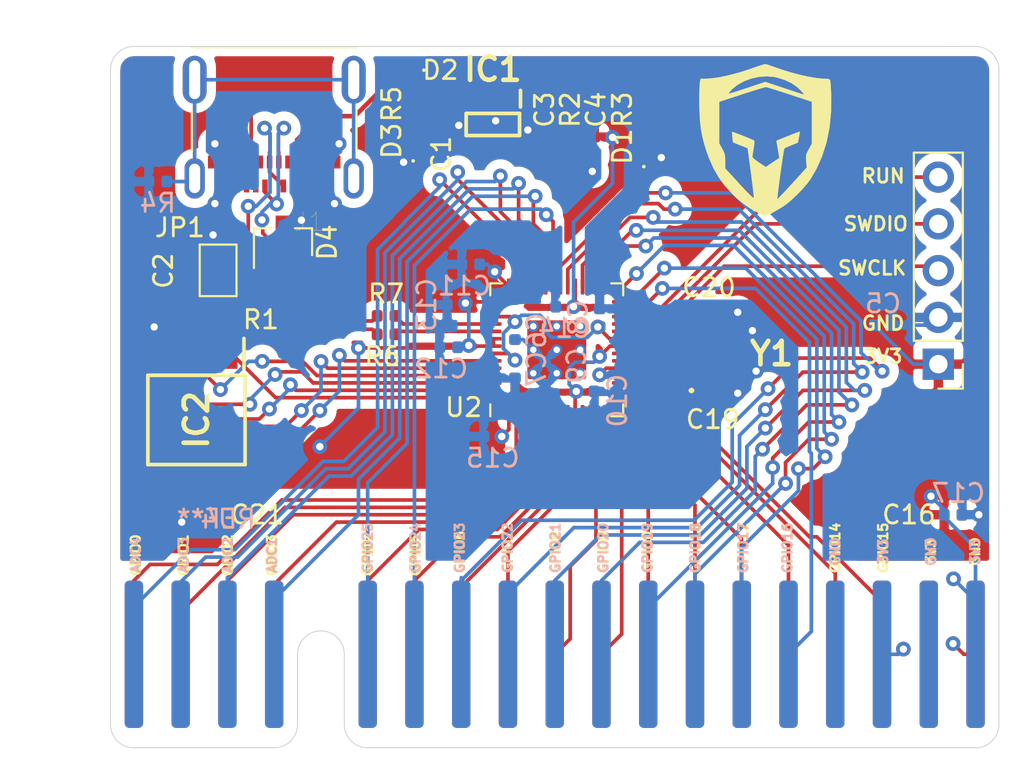
<source format=kicad_pcb>
(kicad_pcb (version 20171130) (host pcbnew "(5.1.6)-1")
  (layers (0 F.Cu signal) (31 B.Cu signal) (34 B.Paste user) (35 F.Paste user) (36 B.SilkS user) (37 F.SilkS user) (38 B.Mask user) (39 F.Mask user) (44 Edge.Cuts user))
  (net 0 "")
  (net 1 GND)
  (net 2 VBUS)
  (net 3 USB_BOOT)
  (net 4 "Net-(C3-Pad2)")
  (net 5 +3V3)
  (net 6 XIN)
  (net 7 XOUT)
  (net 8 "Net-(D1-Pad2)")
  (net 9 "Net-(D2-Pad2)")
  (net 10 "Net-(D3-Pad2)")
  (net 11 "Net-(IC1-Pad4)")
  (net 12 "Net-(J1-PadS1)")
  (net 13 "Net-(J1-PadB11)")
  (net 14 "Net-(J1-PadB10)")
  (net 15 "Net-(J1-PadB8)")
  (net 16 USB-)
  (net 17 USB+)
  (net 18 "Net-(J1-PadB5)")
  (net 19 "Net-(J1-PadB3)")
  (net 20 "Net-(J1-PadB2)")
  (net 21 "Net-(J1-PadA11)")
  (net 22 "Net-(J1-PadA10)")
  (net 23 "Net-(J1-PadA8)")
  (net 24 "Net-(J1-PadA5)")
  (net 25 "Net-(J1-PadA3)")
  (net 26 "Net-(J1-PadA2)")
  (net 27 SWCLK)
  (net 28 SWDIO)
  (net 29 RUN)
  (net 30 GPIO0)
  (net 31 GPIO1)
  (net 32 GPIO2)
  (net 33 GPIO3)
  (net 34 GPIO4)
  (net 35 GPIO5)
  (net 36 GPIO6)
  (net 37 GPIO7)
  (net 38 GPIO8)
  (net 39 GPIO9)
  (net 40 GPIO10)
  (net 41 GPIO11)
  (net 42 GPIO12)
  (net 43 GPIO13)
  (net 44 GPIO14)
  (net 45 GPIO15)
  (net 46 GPIO16)
  (net 47 GPIO17)
  (net 48 GPIO18)
  (net 49 GPIO19)
  (net 50 GPIO20)
  (net 51 GPIO21)
  (net 52 GPIO22)
  (net 53 GPIO23)
  (net 54 GPIO24)
  (net 55 GPIO25)
  (net 56 ADC_1)
  (net 57 ADC_2)
  (net 58 ADC_3)
  (net 59 ADC_4)
  (net 60 FLASH_SS)
  (net 61 "Net-(R6-Pad2)")
  (net 62 "Net-(R7-Pad2)")
  (net 63 FLASH_SD0)
  (net 64 FLASH_SCLK)
  (net 65 FLASH_SD3)
  (net 66 FLASH_SD2)
  (net 67 FLASH_SD1)
  (net 68 "Net-(C6-Pad2)")
  (module ASSETS:Gold_Finger_1x18 (layer F.Cu) (at 38.1 93.98)
    (fp_text reference J3)
    (fp_text value Conn_01x18)
    (pad 18 smd roundrect (at 45.72 0) (size 1 8) (layers F.Cu F.Paste F.Mask) (net 1 GND))
    (pad 17 smd roundrect (at 43.18 0) (size 1 8) (layers F.Cu F.Paste F.Mask) (net 5 +3V3))
    (pad 16 smd roundrect (at 40.64 0) (size 1 8) (layers F.Cu F.Paste F.Mask) (net 45 GPIO15))
    (pad 15 smd roundrect (at 38.1 0) (size 1 8) (layers F.Cu F.Paste F.Mask) (net 44 GPIO14))
    (pad 14 smd roundrect (at 35.56 0) (size 1 8) (layers F.Cu F.Paste F.Mask) (net 43 GPIO13))
    (pad 13 smd roundrect (at 33.02 0) (size 1 8) (layers F.Cu F.Paste F.Mask) (net 42 GPIO12))
    (pad 12 smd roundrect (at 30.48 0) (size 1 8) (layers F.Cu F.Paste F.Mask) (net 41 GPIO11))
    (pad 11 smd roundrect (at 27.94 0) (size 1 8) (layers F.Cu F.Paste F.Mask) (net 40 GPIO10))
    (pad 10 smd roundrect (at 25.4 0) (size 1 8) (layers F.Cu F.Paste F.Mask) (net 39 GPIO9))
    (pad 9 smd roundrect (at 22.86 0) (size 1 8) (layers F.Cu F.Paste F.Mask) (net 38 GPIO8))
    (pad 8 smd roundrect (at 20.32 0) (size 1 8) (layers F.Cu F.Paste F.Mask) (net 37 GPIO7))
    (pad 7 smd roundrect (at 17.78 0) (size 1 8) (layers F.Cu F.Paste F.Mask) (net 36 GPIO6))
    (pad 6 smd roundrect (at 15.24 0) (size 1 8) (layers F.Cu F.Paste F.Mask) (net 35 GPIO5))
    (pad 5 smd roundrect (at 12.7 0) (size 1 8) (layers F.Cu F.Paste F.Mask) (net 34 GPIO4))
    (pad 4 smd roundrect (at 7.62 0) (size 1 8) (layers F.Cu F.Paste F.Mask) (net 33 GPIO3))
    (pad 3 smd roundrect (at 5.08 0) (size 1 8) (layers F.Cu F.Paste F.Mask) (net 32 GPIO2))
    (pad 2 smd roundrect (at 2.54 0) (size 1 8) (layers F.Cu F.Paste F.Mask) (net 31 GPIO1))
    (pad 1 smd roundrect (at 0 0) (size 1 8) (layers F.Cu F.Paste F.Mask) (net 30 GPIO0))
  )
  (module ASSETS:Gold_Finger_1x18B (layer F.Cu) (at 38.02 93.84)
    (fp_text reference J4 (at 4.55 -7.21) (layer B.SilkS) (effects (justify mirror)))
    (fp_text value Conn_01x18)
    (fp_text user REF** (at 4.55 -7.21 180) (layer B.SilkS) (effects (justify mirror)))
    (pad 7 smd roundrect (at 30.56 0.14 180) (size 1 8) (layers B.Cu B.Paste B.Mask) (net 48 GPIO18))
    (pad 3 smd roundrect (at 40.72 0.14 180) (size 1 8) (layers B.Cu B.Paste B.Mask) (net 5 +3V3))
    (pad 11 smd roundrect (at 20.4 0.14 180) (size 1 8) (layers B.Cu B.Paste B.Mask) (net 52 GPIO22))
    (pad 18 smd roundrect (at 0.08 0.14 180) (size 1 8) (layers B.Cu B.Paste B.Mask) (net 59 ADC_4))
    (pad 6 smd roundrect (at 33.1 0.14 180) (size 1 8) (layers B.Cu B.Paste B.Mask) (net 47 GPIO17))
    (pad 17 smd roundrect (at 2.62 0.14 180) (size 1 8) (layers B.Cu B.Paste B.Mask) (net 58 ADC_3))
    (pad 10 smd roundrect (at 22.94 0.14 180) (size 1 8) (layers B.Cu B.Paste B.Mask) (net 51 GPIO21))
    (pad 4 smd roundrect (at 38.18 0.14 180) (size 1 8) (layers B.Cu B.Paste B.Mask) (net 1 GND))
    (pad 1 smd roundrect (at 45.8 0.14 180) (size 1 8) (layers B.Cu B.Paste B.Mask) (net 5 +3V3))
    (pad 5 smd roundrect (at 35.64 0.14 180) (size 1 8) (layers B.Cu B.Paste B.Mask) (net 46 GPIO16))
    (pad 12 smd roundrect (at 17.86 0.14 180) (size 1 8) (layers B.Cu B.Paste B.Mask) (net 53 GPIO23))
    (pad 13 smd roundrect (at 15.32 0.14 180) (size 1 8) (layers B.Cu B.Paste B.Mask) (net 54 GPIO24))
    (pad 14 smd roundrect (at 12.78 0.14 180) (size 1 8) (layers B.Cu B.Paste B.Mask) (net 55 GPIO25))
    (pad 2 smd roundrect (at 43.26 0.14 180) (size 1 8) (layers B.Cu B.Paste B.Mask) (net 1 GND))
    (pad 8 smd roundrect (at 28.02 0.14 180) (size 1 8) (layers B.Cu B.Paste B.Mask) (net 49 GPIO19))
    (pad 15 smd roundrect (at 7.7 0.14 180) (size 1 8) (layers B.Cu B.Paste B.Mask) (net 56 ADC_1))
    (pad 9 smd roundrect (at 25.48 0.14 180) (size 1 8) (layers B.Cu B.Paste B.Mask) (net 50 GPIO20))
    (pad 16 smd roundrect (at 5.16 0.14 180) (size 1 8) (layers B.Cu B.Paste B.Mask) (net 57 ADC_2))
  )
  (module ASSETS:Company_Logo1 (layer F.Cu) (at 72.39 66.04)
    (fp_text reference G*** hide)
    (fp_text value LOGO hide)
  )
  (module Jumper:SolderJumper-2_P1.3mm_Open_Pad1.0x1.5mm (layer F.Cu) (at 42.675 73.125 90)
    (fp_text reference JP1 (at 2.325 -2.075 180) (layer F.SilkS))
    (fp_text value Jumper)
    (pad 1 smd rect (at -0.65 0 90) (size 1 1.5) (layers F.Cu F.Mask) (net 3 USB_BOOT))
    (pad 2 smd rect (at 0.65 0 90) (size 1 1.5) (layers F.Cu F.Mask) (net 1 GND))
  )
  (module ASSETS:SOIC127P790X216-8N (layer F.Cu) (at 41.5 81.25 270)
    (fp_text reference IC2 (at 0 0 90) (layer F.SilkS) (effects (font (size 1.27 1.27) (thickness 0.254))))
    (fp_text value W25Q128JVSIM hide)
    (pad 8 smd rect (at 3.6 -1.905) (size 0.65 1.65) (layers F.Cu F.Paste F.Mask) (net 5 +3V3))
    (pad 7 smd rect (at 3.6 -0.635) (size 0.65 1.65) (layers F.Cu F.Paste F.Mask) (net 65 FLASH_SD3))
    (pad 6 smd rect (at 3.6 0.635) (size 0.65 1.65) (layers F.Cu F.Paste F.Mask) (net 64 FLASH_SCLK))
    (pad 5 smd rect (at 3.6 1.905) (size 0.65 1.65) (layers F.Cu F.Paste F.Mask) (net 67 FLASH_SD1))
    (pad 4 smd rect (at -3.6 1.905) (size 0.65 1.65) (layers F.Cu F.Paste F.Mask) (net 1 GND))
    (pad 3 smd rect (at -3.6 0.635) (size 0.65 1.65) (layers F.Cu F.Paste F.Mask) (net 66 FLASH_SD2))
    (pad 2 smd rect (at -3.6 -0.635) (size 0.65 1.65) (layers F.Cu F.Paste F.Mask) (net 63 FLASH_SD0))
    (pad 1 smd rect (at -3.6 -1.905) (size 0.65 1.65) (layers F.Cu F.Paste F.Mask) (net 60 FLASH_SS))
  )
  (module ASSETS:ABM8AIG8000MHZ1ZT (layer F.Cu) (at 69.54 77.65)
    (fp_text reference Y1 (at 3.2 0) (layer F.SilkS) (effects (font (size 1.27 1.27) (thickness 0.254))))
    (fp_text value Crystal_GND23 hide)
    (pad 4 smd rect (at -1.1 -0.8 90) (size 1.2 1.4) (layers F.Cu F.Paste F.Mask) (net 7 XOUT))
    (pad 3 smd rect (at 1.1 -0.8 90) (size 1.2 1.4) (layers F.Cu F.Paste F.Mask) (net 1 GND))
    (pad 2 smd rect (at 1.1 0.8 90) (size 1.2 1.4) (layers F.Cu F.Paste F.Mask) (net 1 GND))
    (pad 1 smd rect (at -1.1 0.8 90) (size 1.2 1.4) (layers F.Cu F.Paste F.Mask) (net 6 XIN))
  )
  (module Package_TO_SOT_SMD:SOT-23 (layer F.Cu) (at 46.2 71.6 90)
    (fp_text reference D4 (at 0 2.4 90) (layer F.SilkS))
    (fp_text value SP0502BAHT)
    (pad 3 smd rect (at 1 0 90) (size 0.9 0.8) (layers F.Cu F.Paste F.Mask) (net 1 GND))
    (pad 2 smd rect (at -1 0.95 90) (size 0.9 0.8) (layers F.Cu F.Paste F.Mask) (net 16 USB-))
    (pad 1 smd rect (at -1 -0.95 90) (size 0.9 0.8) (layers F.Cu F.Paste F.Mask) (net 17 USB+))
  )
  (module Resistor_SMD:R_0402_1005Metric (layer F.Cu) (at 51.8 75.6)
    (fp_text reference R7 (at 0 -1.2) (layer F.SilkS))
    (fp_text value 27)
    (pad 2 smd roundrect (at 0.485 0) (size 0.59 0.64) (layers F.Cu F.Paste F.Mask) (net 62 "Net-(R7-Pad2)"))
    (pad 1 smd roundrect (at -0.485 0) (size 0.59 0.64) (layers F.Cu F.Paste F.Mask) (net 16 USB-))
  )
  (module Resistor_SMD:R_0402_1005Metric (layer F.Cu) (at 51.8 76.6)
    (fp_text reference R6 (at -0.2 1.2) (layer F.SilkS))
    (fp_text value 27)
    (pad 1 smd roundrect (at -0.485 0) (size 0.59 0.64) (layers F.Cu F.Paste F.Mask) (net 17 USB+))
    (pad 2 smd roundrect (at 0.485 0) (size 0.59 0.64) (layers F.Cu F.Paste F.Mask) (net 61 "Net-(R6-Pad2)"))
  )
  (module ASSETS:RP2040-QFN-56 (layer F.Cu) (at 61.07 77.44 90)
    (fp_text reference U2 (at -3.13 -5.06 180) (layer F.SilkS))
    (fp_text value RP2040)
    (pad 56 smd roundrect (at -2.6 -3.4375 90) (size 0.2 0.875) (layers F.Cu F.Paste F.Mask) (net 60 FLASH_SS))
    (pad 55 smd roundrect (at -2.2 -3.4375 90) (size 0.2 0.875) (layers F.Cu F.Paste F.Mask) (net 67 FLASH_SD1))
    (pad 54 smd roundrect (at -1.8 -3.4375 90) (size 0.2 0.875) (layers F.Cu F.Paste F.Mask) (net 66 FLASH_SD2))
    (pad 53 smd roundrect (at -1.4 -3.4375 90) (size 0.2 0.875) (layers F.Cu F.Paste F.Mask) (net 63 FLASH_SD0))
    (pad 52 smd roundrect (at -1 -3.4375 90) (size 0.2 0.875) (layers F.Cu F.Paste F.Mask) (net 64 FLASH_SCLK))
    (pad 51 smd roundrect (at -0.6 -3.4375 90) (size 0.2 0.875) (layers F.Cu F.Paste F.Mask) (net 65 FLASH_SD3))
    (pad 50 smd roundrect (at -0.2 -3.4375 90) (size 0.2 0.875) (layers F.Cu F.Paste F.Mask) (net 68 "Net-(C6-Pad2)"))
    (pad 49 smd roundrect (at 0.2 -3.4375 90) (size 0.2 0.875) (layers F.Cu F.Paste F.Mask) (net 5 +3V3))
    (pad 48 smd roundrect (at 0.6 -3.4375 90) (size 0.2 0.875) (layers F.Cu F.Paste F.Mask) (net 5 +3V3))
    (pad 47 smd roundrect (at 1 -3.4375 90) (size 0.2 0.875) (layers F.Cu F.Paste F.Mask) (net 61 "Net-(R6-Pad2)"))
    (pad 46 smd roundrect (at 1.4 -3.4375 90) (size 0.2 0.875) (layers F.Cu F.Paste F.Mask) (net 62 "Net-(R7-Pad2)"))
    (pad 45 smd roundrect (at 1.8 -3.4375 90) (size 0.2 0.875) (layers F.Cu F.Paste F.Mask) (net 68 "Net-(C6-Pad2)"))
    (pad 44 smd roundrect (at 2.2 -3.4375 90) (size 0.2 0.875) (layers F.Cu F.Paste F.Mask) (net 5 +3V3))
    (pad 43 smd roundrect (at 2.6 -3.4375 90) (size 0.2 0.875) (layers F.Cu F.Paste F.Mask) (net 5 +3V3))
    (pad 42 smd roundrect (at 3.4375 -2.6 90) (size 0.875 0.2) (layers F.Cu F.Paste F.Mask) (net 5 +3V3))
    (pad 41 smd roundrect (at 3.4375 -2.2 90) (size 0.875 0.2) (layers F.Cu F.Paste F.Mask) (net 59 ADC_4))
    (pad 40 smd roundrect (at 3.4375 -1.8 90) (size 0.875 0.2) (layers F.Cu F.Paste F.Mask) (net 58 ADC_3))
    (pad 39 smd roundrect (at 3.4375 -1.4 90) (size 0.875 0.2) (layers F.Cu F.Paste F.Mask) (net 57 ADC_2))
    (pad 38 smd roundrect (at 3.4375 -1 90) (size 0.875 0.2) (layers F.Cu F.Paste F.Mask) (net 56 ADC_1))
    (pad 37 smd roundrect (at 3.4375 -0.6 90) (size 0.875 0.2) (layers F.Cu F.Paste F.Mask) (net 55 GPIO25))
    (pad 36 smd roundrect (at 3.4375 -0.2 90) (size 0.875 0.2) (layers F.Cu F.Paste F.Mask) (net 54 GPIO24))
    (pad 35 smd roundrect (at 3.4375 0.2 90) (size 0.875 0.2) (layers F.Cu F.Paste F.Mask) (net 53 GPIO23))
    (pad 34 smd roundrect (at 3.4375 0.6 90) (size 0.875 0.2) (layers F.Cu F.Paste F.Mask) (net 52 GPIO22))
    (pad 33 smd roundrect (at 3.4375 1 90) (size 0.875 0.2) (layers F.Cu F.Paste F.Mask) (net 5 +3V3))
    (pad 32 smd roundrect (at 3.4375 1.4 90) (size 0.875 0.2) (layers F.Cu F.Paste F.Mask) (net 51 GPIO21))
    (pad 31 smd roundrect (at 3.4375 1.8 90) (size 0.875 0.2) (layers F.Cu F.Paste F.Mask) (net 50 GPIO20))
    (pad 30 smd roundrect (at 3.4375 2.2 90) (size 0.875 0.2) (layers F.Cu F.Paste F.Mask) (net 49 GPIO19))
    (pad 29 smd roundrect (at 3.4375 2.6 90) (size 0.875 0.2) (layers F.Cu F.Paste F.Mask) (net 48 GPIO18))
    (pad 28 smd roundrect (at 2.6 3.4375 90) (size 0.2 0.875) (layers F.Cu F.Paste F.Mask) (net 47 GPIO17))
    (pad 27 smd roundrect (at 2.2 3.4375 90) (size 0.2 0.875) (layers F.Cu F.Paste F.Mask) (net 46 GPIO16))
    (pad 26 smd roundrect (at 1.8 3.4375 90) (size 0.2 0.875) (layers F.Cu F.Paste F.Mask) (net 29 RUN))
    (pad 25 smd roundrect (at 1.4 3.4375 90) (size 0.2 0.875) (layers F.Cu F.Paste F.Mask) (net 28 SWDIO))
    (pad 24 smd roundrect (at 1 3.4375 90) (size 0.2 0.875) (layers F.Cu F.Paste F.Mask) (net 27 SWCLK))
    (pad 23 smd roundrect (at 0.6 3.4375 90) (size 0.2 0.875) (layers F.Cu F.Paste F.Mask) (net 68 "Net-(C6-Pad2)"))
    (pad 22 smd roundrect (at 0.2 3.4375 90) (size 0.2 0.875) (layers F.Cu F.Paste F.Mask) (net 5 +3V3))
    (pad 21 smd roundrect (at -0.2 3.4375 90) (size 0.2 0.875) (layers F.Cu F.Paste F.Mask) (net 7 XOUT))
    (pad 20 smd roundrect (at -0.6 3.4375 90) (size 0.2 0.875) (layers F.Cu F.Paste F.Mask) (net 6 XIN))
    (pad 19 smd roundrect (at -1 3.4375 90) (size 0.2 0.875) (layers F.Cu F.Paste F.Mask) (net 1 GND))
    (pad 18 smd roundrect (at -1.4 3.4375 90) (size 0.2 0.875) (layers F.Cu F.Paste F.Mask) (net 45 GPIO15))
    (pad 17 smd roundrect (at -1.8 3.4375 90) (size 0.2 0.875) (layers F.Cu F.Paste F.Mask) (net 44 GPIO14))
    (pad 16 smd roundrect (at -2.2 3.4375 90) (size 0.2 0.875) (layers F.Cu F.Paste F.Mask) (net 43 GPIO13))
    (pad 15 smd roundrect (at -2.6 3.4375 90) (size 0.2 0.875) (layers F.Cu F.Paste F.Mask) (net 42 GPIO12))
    (pad 14 smd roundrect (at -3.4375 2.6 90) (size 0.875 0.2) (layers F.Cu F.Paste F.Mask) (net 41 GPIO11))
    (pad 13 smd roundrect (at -3.4375 2.2 90) (size 0.875 0.2) (layers F.Cu F.Paste F.Mask) (net 40 GPIO10))
    (pad 12 smd roundrect (at -3.4375 1.8 90) (size 0.875 0.2) (layers F.Cu F.Paste F.Mask) (net 39 GPIO9))
    (pad 11 smd roundrect (at -3.4375 1.4 90) (size 0.875 0.2) (layers F.Cu F.Paste F.Mask) (net 38 GPIO8))
    (pad 10 smd roundrect (at -3.4375 1 90) (size 0.875 0.2) (layers F.Cu F.Paste F.Mask) (net 5 +3V3))
    (pad 9 smd roundrect (at -3.4375 0.6 90) (size 0.875 0.2) (layers F.Cu F.Paste F.Mask) (net 37 GPIO7))
    (pad 8 smd roundrect (at -3.4375 0.2 90) (size 0.875 0.2) (layers F.Cu F.Paste F.Mask) (net 36 GPIO6))
    (pad 7 smd roundrect (at -3.4375 -0.2 90) (size 0.875 0.2) (layers F.Cu F.Paste F.Mask) (net 35 GPIO5))
    (pad 6 smd roundrect (at -3.4375 -0.6 90) (size 0.875 0.2) (layers F.Cu F.Paste F.Mask) (net 34 GPIO4))
    (pad 5 smd roundrect (at -3.4375 -1 90) (size 0.875 0.2) (layers F.Cu F.Paste F.Mask) (net 33 GPIO3))
    (pad 4 smd roundrect (at -3.4375 -1.4 90) (size 0.875 0.2) (layers F.Cu F.Paste F.Mask) (net 32 GPIO2))
    (pad 3 smd roundrect (at -3.4375 -1.8 90) (size 0.875 0.2) (layers F.Cu F.Paste F.Mask) (net 31 GPIO1))
    (pad 2 smd roundrect (at -3.4375 -2.2 90) (size 0.875 0.2) (layers F.Cu F.Paste F.Mask) (net 30 GPIO0))
    (pad 1 smd roundrect (at -3.4375 -2.6 90) (size 0.875 0.2) (layers F.Cu F.Paste F.Mask) (net 5 +3V3))
    (pad 57 thru_hole circle (at 1.275 1.275 90) (size 0.6 0.6) (drill 0.35) (layers *.Cu) (net 1 GND))
    (pad 57 thru_hole circle (at 0 1.275 90) (size 0.6 0.6) (drill 0.35) (layers *.Cu) (net 1 GND))
    (pad 57 thru_hole circle (at -1.275 1.275 90) (size 0.6 0.6) (drill 0.35) (layers *.Cu) (net 1 GND))
    (pad 57 thru_hole circle (at 1.275 0 90) (size 0.6 0.6) (drill 0.35) (layers *.Cu) (net 1 GND))
    (pad 57 thru_hole circle (at 0 0 90) (size 0.6 0.6) (drill 0.35) (layers *.Cu) (net 1 GND))
    (pad 57 thru_hole circle (at -1.275 0 90) (size 0.6 0.6) (drill 0.35) (layers *.Cu) (net 1 GND))
    (pad 57 thru_hole circle (at 1.275 -1.275 90) (size 0.6 0.6) (drill 0.35) (layers *.Cu) (net 1 GND))
    (pad 57 thru_hole circle (at 0 -1.275 90) (size 0.6 0.6) (drill 0.35) (layers *.Cu) (net 1 GND))
    (pad 57 thru_hole circle (at -1.275 -1.275 90) (size 0.6 0.6) (drill 0.35) (layers *.Cu) (net 1 GND))
    (pad 57 smd roundrect (at 0 0 90) (size 3.2 3.2) (layers F.Cu F.Mask) (roundrect_rratio 0.045) (net 1 GND))
  )
  (module ASSETS:MOLEX_105450-0101 (layer F.Cu) (at 45.72 64.77 180)
    (fp_text reference J1 (at -1.899125 -5.722835) (layer F.SilkS) (effects (font (size 1.003598 1.003598) (thickness 0.015))))
    (fp_text value USB_SMD_105450-0101)
    (pad S4 thru_hole oval (at 4.32 2 180) (size 1.3 2.6) (drill oval 0.6 2.1) (layers *.Cu *.Mask) (net 12 "Net-(J1-PadS1)"))
    (pad S3 thru_hole oval (at -4.32 2 180) (size 1.3 2.6) (drill oval 0.6 2.1) (layers *.Cu *.Mask) (net 12 "Net-(J1-PadS1)"))
    (pad S2 thru_hole oval (at 4.32 -3.36 180) (size 1.1 2.2) (drill oval 0.6 1.6) (layers *.Cu *.Mask) (net 12 "Net-(J1-PadS1)"))
    (pad S1 thru_hole oval (at -4.32 -3.36 180) (size 1.1 2.2) (drill oval 0.6 1.6) (layers *.Cu *.Mask) (net 12 "Net-(J1-PadS1)"))
    (pad B12 smd rect (at -3.1 -2.47 180) (size 1 0.7) (layers F.Cu F.Paste F.Mask) (net 1 GND))
    (pad B11 smd rect (at -2.25 -2.47 180) (size 0.3 0.7) (layers F.Cu F.Paste F.Mask) (net 13 "Net-(J1-PadB11)"))
    (pad B10 smd rect (at -1.75 -2.47 180) (size 0.3 0.7) (layers F.Cu F.Paste F.Mask) (net 14 "Net-(J1-PadB10)"))
    (pad B9 smd rect (at -1.25 -2.47 180) (size 0.3 0.7) (layers F.Cu F.Paste F.Mask) (net 9 "Net-(D2-Pad2)"))
    (pad B8 smd rect (at -0.75 -2.47 180) (size 0.3 0.7) (layers F.Cu F.Paste F.Mask) (net 15 "Net-(J1-PadB8)"))
    (pad B7 smd rect (at -0.25 -2.47 180) (size 0.3 0.7) (layers F.Cu F.Paste F.Mask) (net 16 USB-))
    (pad B6 smd rect (at 0.25 -2.47 180) (size 0.3 0.7) (layers F.Cu F.Paste F.Mask) (net 17 USB+))
    (pad B5 smd rect (at 0.75 -2.47 180) (size 0.3 0.7) (layers F.Cu F.Paste F.Mask) (net 18 "Net-(J1-PadB5)"))
    (pad B4 smd rect (at 1.25 -2.47 180) (size 0.3 0.7) (layers F.Cu F.Paste F.Mask) (net 9 "Net-(D2-Pad2)"))
    (pad B3 smd rect (at 1.75 -2.47 180) (size 0.3 0.7) (layers F.Cu F.Paste F.Mask) (net 19 "Net-(J1-PadB3)"))
    (pad B2 smd rect (at 2.25 -2.47 180) (size 0.3 0.7) (layers F.Cu F.Paste F.Mask) (net 20 "Net-(J1-PadB2)"))
    (pad B1 smd rect (at 3.1 -2.47 180) (size 1 0.7) (layers F.Cu F.Paste F.Mask) (net 1 GND))
    (pad A12 smd rect (at 3 -3.77 180) (size 0.3 0.7) (layers F.Cu F.Paste F.Mask) (net 1 GND))
    (pad A11 smd rect (at 2.5 -3.77 180) (size 0.3 0.7) (layers F.Cu F.Paste F.Mask) (net 21 "Net-(J1-PadA11)"))
    (pad A10 smd rect (at 2 -3.77 180) (size 0.3 0.7) (layers F.Cu F.Paste F.Mask) (net 22 "Net-(J1-PadA10)"))
    (pad A9 smd rect (at 1.5 -3.77 180) (size 0.3 0.7) (layers F.Cu F.Paste F.Mask) (net 9 "Net-(D2-Pad2)"))
    (pad A8 smd rect (at 1 -3.77 180) (size 0.3 0.7) (layers F.Cu F.Paste F.Mask) (net 23 "Net-(J1-PadA8)"))
    (pad A7 smd rect (at 0.5 -3.77 180) (size 0.3 0.7) (layers F.Cu F.Paste F.Mask) (net 16 USB-))
    (pad A6 smd rect (at -0.5 -3.77 180) (size 0.3 0.7) (layers F.Cu F.Paste F.Mask) (net 17 USB+))
    (pad A5 smd rect (at -1 -3.77 180) (size 0.3 0.7) (layers F.Cu F.Paste F.Mask) (net 24 "Net-(J1-PadA5)"))
    (pad A4 smd rect (at -1.5 -3.77 180) (size 0.3 0.7) (layers F.Cu F.Paste F.Mask) (net 9 "Net-(D2-Pad2)"))
    (pad A3 smd rect (at -2 -3.77 180) (size 0.3 0.7) (layers F.Cu F.Paste F.Mask) (net 25 "Net-(J1-PadA3)"))
    (pad A2 smd rect (at -2.5 -3.77 180) (size 0.3 0.7) (layers F.Cu F.Paste F.Mask) (net 26 "Net-(J1-PadA2)"))
    (pad A1 smd rect (at -3 -3.77 180) (size 0.3 0.7) (layers F.Cu F.Paste F.Mask) (net 1 GND))
  )
  (module Capacitor_SMD:C_0402_1005Metric (layer B.Cu) (at 82.6 86.4 180)
    (fp_text reference C17 (at -0.285 1.17) (layer B.SilkS) (effects (justify mirror)))
    (fp_text value 100nF)
    (pad 2 smd roundrect (at 0.485 0 180) (size 0.59 0.64) (layers B.Cu B.Paste B.Mask) (net 5 +3V3))
    (pad 1 smd roundrect (at -0.485 0 180) (size 0.59 0.64) (layers B.Cu B.Paste B.Mask) (net 1 GND))
  )
  (module Capacitor_SMD:C_0402_1005Metric (layer F.Cu) (at 69.54 80.05 180)
    (fp_text reference C19 (at 0 -1.17) (layer F.SilkS))
    (fp_text value 20pF)
    (pad 2 smd roundrect (at 0.485 0 180) (size 0.59 0.64) (layers F.Cu F.Paste F.Mask) (net 6 XIN))
    (pad 1 smd roundrect (at -0.485 0 180) (size 0.59 0.64) (layers F.Cu F.Paste F.Mask) (net 1 GND))
  )
  (module Capacitor_SMD:C_0402_1005Metric (layer F.Cu) (at 69.54 75.25 180)
    (fp_text reference C20 (at 0.2 1.2) (layer F.SilkS))
    (fp_text value 20pF)
    (pad 2 smd roundrect (at 0.485 0 180) (size 0.59 0.64) (layers F.Cu F.Paste F.Mask) (net 7 XOUT))
    (pad 1 smd roundrect (at -0.485 0 180) (size 0.59 0.64) (layers F.Cu F.Paste F.Mask) (net 1 GND))
  )
  (module Resistor_SMD:R_0402_1005Metric (layer F.Cu) (at 61.71 66.37 270)
    (fp_text reference R2 (at -1.97 -0.09 90) (layer F.SilkS))
    (fp_text value 1K)
    (pad 2 smd roundrect (at 0.485 0 270) (size 0.59 0.64) (layers F.Cu F.Paste F.Mask) (net 4 "Net-(C3-Pad2)"))
    (pad 1 smd roundrect (at -0.485 0 270) (size 0.59 0.64) (layers F.Cu F.Paste F.Mask) (net 5 +3V3))
  )
  (module Capacitor_SMD:C_0402_1005Metric (layer F.Cu) (at 82.6 86.4 180)
    (fp_text reference C16 (at 2.4 0 180) (layer F.SilkS))
    (fp_text value 100nF)
    (pad 2 smd roundrect (at 0.485 0 180) (size 0.59 0.64) (layers F.Cu F.Paste F.Mask) (net 5 +3V3))
    (pad 1 smd roundrect (at -0.485 0 180) (size 0.59 0.64) (layers F.Cu F.Paste F.Mask) (net 1 GND))
  )
  (module Capacitor_SMD:C_0402_1005Metric (layer B.Cu) (at 78.8 76.1 180)
    (fp_text reference C5 (at 0 1.17) (layer B.SilkS) (effects (justify mirror)))
    (fp_text value 100nF)
    (pad 2 smd roundrect (at 0.485 0 180) (size 0.59 0.64) (layers B.Cu B.Paste B.Mask) (net 5 +3V3))
    (pad 1 smd roundrect (at -0.485 0 180) (size 0.59 0.64) (layers B.Cu B.Paste B.Mask) (net 1 GND))
  )
  (module Capacitor_SMD:C_0402_1005Metric (layer F.Cu) (at 63.11 66.37 90)
    (fp_text reference C4 (at 1.97 0.09 90) (layer F.SilkS))
    (fp_text value 1uF)
    (pad 2 smd roundrect (at 0.485 0 90) (size 0.59 0.64) (layers F.Cu F.Paste F.Mask) (net 5 +3V3))
    (pad 1 smd roundrect (at -0.485 0 90) (size 0.59 0.64) (layers F.Cu F.Paste F.Mask) (net 1 GND))
  )
  (module Capacitor_SMD:C_0402_1005Metric (layer F.Cu) (at 60.31 66.37 270)
    (fp_text reference C3 (at -1.97 -0.09 90) (layer F.SilkS))
    (fp_text value 1uF)
    (pad 2 smd roundrect (at 0.485 0 270) (size 0.59 0.64) (layers F.Cu F.Paste F.Mask) (net 4 "Net-(C3-Pad2)"))
    (pad 1 smd roundrect (at -0.485 0 270) (size 0.59 0.64) (layers F.Cu F.Paste F.Mask) (net 1 GND))
  )
  (module Capacitor_SMD:C_0402_1005Metric (layer F.Cu) (at 54.8 64.915 90)
    (fp_text reference C1 (at -1.885 0 90) (layer F.SilkS))
    (fp_text value 1uF)
    (pad 2 smd roundrect (at 0.485 0 90) (size 0.59 0.64) (layers F.Cu F.Paste F.Mask) (net 2 VBUS))
    (pad 1 smd roundrect (at -0.485 0 90) (size 0.59 0.64) (layers F.Cu F.Paste F.Mask) (net 1 GND))
  )
  (module Capacitor_SMD:C_0402_1005Metric (layer F.Cu) (at 42.2 86.7 180)
    (fp_text reference C21 (at -2.6 0.3) (layer F.SilkS))
    (fp_text value 100nF)
    (pad 2 smd roundrect (at 0.485 0 180) (size 0.59 0.64) (layers F.Cu F.Paste F.Mask) (net 1 GND))
    (pad 1 smd roundrect (at -0.485 0 180) (size 0.59 0.64) (layers F.Cu F.Paste F.Mask) (net 5 +3V3))
  )
  (module Capacitor_SMD:C_0402_1005Metric (layer F.Cu) (at 40.8 73.15 270)
    (fp_text reference C2 (at 0 1.1 90) (layer F.SilkS))
    (fp_text value 100N)
    (pad 2 smd roundrect (at 0.485 0 270) (size 0.59 0.64) (layers F.Cu F.Paste F.Mask) (net 3 USB_BOOT))
    (pad 1 smd roundrect (at -0.485 0 270) (size 0.59 0.64) (layers F.Cu F.Paste F.Mask) (net 1 GND))
  )
  (module Capacitor_SMD:C_0402_1005Metric (layer B.Cu) (at 58.8 76.4 90)
    (fp_text reference C6 (at 0 1.17 90) (layer B.SilkS) (effects (justify mirror)))
    (fp_text value 100nF)
    (pad 1 smd roundrect (at -0.485 0 90) (size 0.59 0.64) (layers B.Cu B.Paste B.Mask) (net 1 GND))
    (pad 2 smd roundrect (at 0.485 0 90) (size 0.59 0.64) (layers B.Cu B.Paste B.Mask) (net 68 "Net-(C6-Pad2)"))
  )
  (module Capacitor_SMD:C_0402_1005Metric (layer B.Cu) (at 58.8 78.485 90)
    (fp_text reference C7 (at 0 1.17 90) (layer B.SilkS) (effects (justify mirror)))
    (fp_text value 1uF)
    (pad 2 smd roundrect (at 0.485 0 90) (size 0.59 0.64) (layers B.Cu B.Paste B.Mask) (net 68 "Net-(C6-Pad2)"))
    (pad 1 smd roundrect (at -0.485 0 90) (size 0.59 0.64) (layers B.Cu B.Paste B.Mask) (net 1 GND))
  )
  (module Capacitor_SMD:C_0402_1005Metric (layer B.Cu) (at 63.4 75.7 270)
    (fp_text reference C8 (at 0 1.17 90) (layer B.SilkS) (effects (justify mirror)))
    (fp_text value 100nF)
    (pad 2 smd roundrect (at 0.485 0 270) (size 0.59 0.64) (layers B.Cu B.Paste B.Mask) (net 68 "Net-(C6-Pad2)"))
    (pad 1 smd roundrect (at -0.485 0 270) (size 0.59 0.64) (layers B.Cu B.Paste B.Mask) (net 1 GND))
  )
  (module Capacitor_SMD:C_0402_1005Metric (layer B.Cu) (at 63.4 78.3 90)
    (fp_text reference C9 (at 0 -1.25 270) (layer B.SilkS) (effects (justify mirror)))
    (fp_text value 100nF)
    (pad 1 smd roundrect (at -0.485 0 90) (size 0.59 0.64) (layers B.Cu B.Paste B.Mask) (net 1 GND))
    (pad 2 smd roundrect (at 0.485 0 90) (size 0.59 0.64) (layers B.Cu B.Paste B.Mask) (net 5 +3V3))
  )
  (module Capacitor_SMD:C_0402_1005Metric (layer B.Cu) (at 62.615 79.7 180)
    (fp_text reference C10 (at -1.75 -0.5 270) (layer B.SilkS) (effects (justify mirror)))
    (fp_text value 100nF)
    (pad 2 smd roundrect (at 0.485 0 180) (size 0.59 0.64) (layers B.Cu B.Paste B.Mask) (net 5 +3V3))
    (pad 1 smd roundrect (at -0.485 0 180) (size 0.59 0.64) (layers B.Cu B.Paste B.Mask) (net 1 GND))
  )
  (module Capacitor_SMD:C_0402_1005Metric (layer B.Cu) (at 56.4 72.8)
    (fp_text reference C11 (at -0.35 1.17) (layer B.SilkS) (effects (justify mirror)))
    (fp_text value 100nF)
    (pad 1 smd roundrect (at -0.485 0) (size 0.59 0.64) (layers B.Cu B.Paste B.Mask) (net 1 GND))
    (pad 2 smd roundrect (at 0.485 0) (size 0.59 0.64) (layers B.Cu B.Paste B.Mask) (net 5 +3V3))
  )
  (module Capacitor_SMD:C_0402_1005Metric (layer B.Cu) (at 55.2 77.3)
    (fp_text reference C12 (at -0.4 1.17 180) (layer B.SilkS) (effects (justify mirror)))
    (fp_text value 100nF)
    (pad 2 smd roundrect (at 0.485 0) (size 0.59 0.64) (layers B.Cu B.Paste B.Mask) (net 5 +3V3))
    (pad 1 smd roundrect (at -0.485 0) (size 0.59 0.64) (layers B.Cu B.Paste B.Mask) (net 1 GND))
  )
  (module Capacitor_SMD:C_0402_1005Metric (layer B.Cu) (at 55.6 75)
    (fp_text reference C13 (at -1.6 0 270) (layer B.SilkS) (effects (justify mirror)))
    (fp_text value 1uF)
    (pad 1 smd roundrect (at -0.485 0) (size 0.59 0.64) (layers B.Cu B.Paste B.Mask) (net 1 GND))
    (pad 2 smd roundrect (at 0.485 0) (size 0.59 0.64) (layers B.Cu B.Paste B.Mask) (net 5 +3V3))
  )
  (module Capacitor_SMD:C_0402_1005Metric (layer B.Cu) (at 61.5 75.1)
    (fp_text reference C14 (at 0 1.17) (layer B.SilkS) (effects (justify mirror)))
    (fp_text value 100nF)
    (pad 1 smd roundrect (at -0.485 0) (size 0.59 0.64) (layers B.Cu B.Paste B.Mask) (net 1 GND))
    (pad 2 smd roundrect (at 0.485 0) (size 0.59 0.64) (layers B.Cu B.Paste B.Mask) (net 5 +3V3))
  )
  (module Capacitor_SMD:C_0402_1005Metric (layer B.Cu) (at 57.6 82.15)
    (fp_text reference C15 (at 0 1.17 180) (layer B.SilkS) (effects (justify mirror)))
    (fp_text value 100nF)
    (pad 1 smd roundrect (at -0.485 0) (size 0.59 0.64) (layers B.Cu B.Paste B.Mask) (net 1 GND))
    (pad 2 smd roundrect (at 0.485 0) (size 0.59 0.64) (layers B.Cu B.Paste B.Mask) (net 5 +3V3))
  )
  (module LED_SMD:LED_0402_1005Metric (layer F.Cu) (at 65.8 66.4 90)
    (fp_text reference D1 (at 0 -1.17 90) (layer F.SilkS))
    (fp_text value LED)
    (pad 1 smd roundrect (at -0.485 0 90) (size 0.59 0.64) (layers F.Cu F.Paste F.Mask) (net 1 GND))
    (pad 2 smd roundrect (at 0.485 0 90) (size 0.59 0.64) (layers F.Cu F.Paste F.Mask) (net 8 "Net-(D1-Pad2)"))
  )
  (module Diode_SMD:D_0402_1005Metric (layer F.Cu) (at 52.765 62.25 180)
    (fp_text reference D2 (at -1.985 0) (layer F.SilkS))
    (fp_text value D)
    (pad 1 smd roundrect (at -0.485 0 180) (size 0.59 0.64) (layers F.Cu F.Paste F.Mask) (net 2 VBUS))
    (pad 2 smd roundrect (at 0.485 0 180) (size 0.59 0.64) (layers F.Cu F.Paste F.Mask) (net 9 "Net-(D2-Pad2)"))
  )
  (module LED_SMD:LED_0402_1005Metric (layer F.Cu) (at 53.27 66.09 90)
    (fp_text reference D3 (at 0 -1.17 90) (layer F.SilkS))
    (fp_text value LED)
    (pad 2 smd roundrect (at 0.485 0 90) (size 0.59 0.64) (layers F.Cu F.Paste F.Mask) (net 10 "Net-(D3-Pad2)"))
    (pad 1 smd roundrect (at -0.485 0 90) (size 0.59 0.64) (layers F.Cu F.Paste F.Mask) (net 1 GND))
  )
  (module ASSETS:SOT95P280X130-5N (layer F.Cu) (at 57.6 65.2 270)
    (fp_text reference IC1 (at -3 0 180) (layer F.SilkS) (effects (font (size 1.27 1.27) (thickness 0.254))))
    (fp_text value NJM2866F33-TE1 hide)
    (pad 5 smd rect (at 1.4 -0.95) (size 0.6 0.9) (layers F.Cu F.Paste F.Mask) (net 4 "Net-(C3-Pad2)"))
    (pad 4 smd rect (at 1.4 0.95) (size 0.6 0.9) (layers F.Cu F.Paste F.Mask) (net 11 "Net-(IC1-Pad4)"))
    (pad 3 smd rect (at -1.4 0.95) (size 0.6 0.9) (layers F.Cu F.Paste F.Mask) (net 2 VBUS))
    (pad 2 smd rect (at -1.4 0) (size 0.6 0.9) (layers F.Cu F.Paste F.Mask) (net 1 GND))
    (pad 1 smd rect (at -1.4 -0.95) (size 0.6 0.9) (layers F.Cu F.Paste F.Mask) (net 2 VBUS))
  )
  (module ASSETS:PinHeader_1x05_P2.54mm_Vertical (layer F.Cu) (at 81.8 78.22 180)
    (fp_text reference J2)
    (fp_text value Conn_01x05)
    (pad 1 thru_hole rect (at 0 0 180) (size 1.7 1.7) (drill 1) (layers *.Cu *.Mask) (net 5 +3V3))
    (pad 2 thru_hole oval (at 0 2.54 180) (size 1.7 1.7) (drill 1) (layers *.Cu *.Mask) (net 1 GND))
    (pad 3 thru_hole oval (at 0 5.08 180) (size 1.7 1.7) (drill 1) (layers *.Cu *.Mask) (net 27 SWCLK))
    (pad 4 thru_hole oval (at 0 7.62 180) (size 1.7 1.7) (drill 1) (layers *.Cu *.Mask) (net 28 SWDIO))
    (pad 5 thru_hole oval (at 0 10.16 180) (size 1.7 1.7) (drill 1) (layers *.Cu *.Mask) (net 29 RUN))
  )
  (module Resistor_SMD:R_0402_1005Metric (layer F.Cu) (at 42.95 75.8 180)
    (fp_text reference R1 (at -2.05 0) (layer F.SilkS))
    (fp_text value 1K)
    (pad 1 smd roundrect (at -0.485 0 180) (size 0.59 0.64) (layers F.Cu F.Paste F.Mask) (net 60 FLASH_SS))
    (pad 2 smd roundrect (at 0.485 0 180) (size 0.59 0.64) (layers F.Cu F.Paste F.Mask) (net 3 USB_BOOT))
  )
  (module Resistor_SMD:R_0402_1005Metric (layer F.Cu) (at 65.8 64.4 90)
    (fp_text reference R3 (at 0 -1.17 90) (layer F.SilkS))
    (fp_text value 1K)
    (pad 2 smd roundrect (at 0.485 0 90) (size 0.59 0.64) (layers F.Cu F.Paste F.Mask) (net 5 +3V3))
    (pad 1 smd roundrect (at -0.485 0 90) (size 0.59 0.64) (layers F.Cu F.Paste F.Mask) (net 8 "Net-(D1-Pad2)"))
  )
  (module Resistor_SMD:R_0402_1005Metric (layer B.Cu) (at 39.4 68.3)
    (fp_text reference R4 (at 0 1.17) (layer B.SilkS) (effects (justify mirror)))
    (fp_text value 1M)
    (pad 2 smd roundrect (at 0.485 0) (size 0.59 0.64) (layers B.Cu B.Paste B.Mask) (net 12 "Net-(J1-PadS1)"))
    (pad 1 smd roundrect (at -0.485 0) (size 0.59 0.64) (layers B.Cu B.Paste B.Mask) (net 1 GND))
  )
  (module Resistor_SMD:R_0402_1005Metric (layer F.Cu) (at 53.27 64.09 90)
    (fp_text reference R5 (at 0 -1.17 90) (layer F.SilkS))
    (fp_text value 1K)
    (pad 1 smd roundrect (at -0.485 0 90) (size 0.59 0.64) (layers F.Cu F.Paste F.Mask) (net 10 "Net-(D3-Pad2)"))
    (pad 2 smd roundrect (at 0.485 0 90) (size 0.59 0.64) (layers F.Cu F.Paste F.Mask) (net 2 VBUS))
  )
  (gr_text 3V3 (at 83.8 88.4 90) (layer B.SilkS) (effects (font (size 0.5 0.5) (thickness 0.125))))
  (gr_text GND (at 81.4 88.4 90) (layer B.SilkS) (effects (font (size 0.5 0.5) (thickness 0.125))))
  (gr_text 3V3 (at 78.8 88.4 90) (layer B.SilkS) (effects (font (size 0.5 0.5) (thickness 0.125))))
  (gr_text GND (at 76.2 88.4 90) (layer B.SilkS) (effects (font (size 0.5 0.5) (thickness 0.125))))
  (gr_text GPIO16 (at 73.6 88.2 90) (layer B.SilkS) (effects (font (size 0.5 0.5) (thickness 0.125))))
  (gr_text GPIO17 (at 71.2 88.2 90) (layer B.SilkS) (effects (font (size 0.5 0.5) (thickness 0.125))))
  (gr_text GPIO18 (at 68.6 88.2 90) (layer B.SilkS) (effects (font (size 0.5 0.5) (thickness 0.125))))
  (gr_text GPIO19 (at 66 88.2 90) (layer B.SilkS) (effects (font (size 0.5 0.5) (thickness 0.125))))
  (gr_text GPIO20 (at 63.6 88.2 90) (layer B.SilkS) (effects (font (size 0.5 0.5) (thickness 0.125))))
  (gr_text GPIO21 (at 61 88.2 90) (layer B.SilkS) (effects (font (size 0.5 0.5) (thickness 0.125))))
  (gr_text GPIO22 (at 58.4 88.2 90) (layer B.SilkS) (effects (font (size 0.5 0.5) (thickness 0.125))))
  (gr_text GPIO23 (at 55.8 88.2 90) (layer B.SilkS) (effects (font (size 0.5 0.5) (thickness 0.125))))
  (gr_text GPIO24 (at 53.4 88.2 90) (layer B.SilkS) (effects (font (size 0.5 0.5) (thickness 0.125))))
  (gr_text GPIO25 (at 50.8 88.2 90) (layer B.SilkS) (effects (font (size 0.5 0.5) (thickness 0.125))))
  (gr_text ADC1 (at 45.6 88.6 90) (layer B.SilkS) (effects (font (size 0.5 0.5) (thickness 0.125))))
  (gr_text ADC2 (at 43.2 88.6 90) (layer B.SilkS) (effects (font (size 0.5 0.5) (thickness 0.125))))
  (gr_text ADC3 (at 40.8 88.6 90) (layer B.SilkS) (effects (font (size 0.5 0.5) (thickness 0.125))))
  (gr_text ADC4 (at 38.2 88.6 90) (layer B.SilkS) (effects (font (size 0.5 0.5) (thickness 0.125))))
  (gr_text GND (at 83.8 88.4 90) (layer F.SilkS) (effects (font (size 0.5 0.5) (thickness 0.125))))
  (gr_text 3V3 (at 81.4 88.4 90) (layer F.SilkS) (effects (font (size 0.5 0.5) (thickness 0.125))))
  (gr_text GPIO15 (at 78.8 88.2 90) (layer F.SilkS) (effects (font (size 0.5 0.5) (thickness 0.125))))
  (gr_text GPIO14 (at 76.2 88.2 90) (layer F.SilkS) (effects (font (size 0.5 0.5) (thickness 0.125))))
  (gr_text GPIO13 (at 73.6 88.2 90) (layer F.SilkS) (effects (font (size 0.5 0.5) (thickness 0.125))))
  (gr_text GPIO12 (at 71.2 88.2 90) (layer F.SilkS) (effects (font (size 0.5 0.5) (thickness 0.125))))
  (gr_text GPIO11 (at 68.6 88.2 90) (layer F.SilkS) (effects (font (size 0.5 0.5) (thickness 0.125))))
  (gr_text GPIO0 (at 66 88.4 90) (layer F.SilkS) (effects (font (size 0.5 0.5) (thickness 0.125))))
  (gr_text GPIO9 (at 63.6 88.4 90) (layer F.SilkS) (effects (font (size 0.5 0.5) (thickness 0.125))))
  (gr_text GPIO8 (at 61 88.4 90) (layer F.SilkS) (effects (font (size 0.5 0.5) (thickness 0.125))))
  (gr_text GPIO7 (at 58.4 88.4 90) (layer F.SilkS) (effects (font (size 0.5 0.5) (thickness 0.125))))
  (gr_text GPIO6 (at 55.8 88.4 90) (layer F.SilkS) (effects (font (size 0.5 0.5) (thickness 0.125))))
  (gr_text GPIO5 (at 53.4 88.6 90) (layer F.SilkS) (effects (font (size 0.5 0.5) (thickness 0.125))))
  (gr_text GPIO4 (at 50.8 88.6 90) (layer F.SilkS) (effects (font (size 0.5 0.5) (thickness 0.125))))
  (gr_text GPIO3 (at 45.6 88.6 90) (layer F.SilkS) (effects (font (size 0.5 0.5) (thickness 0.125))))
  (gr_text GPIO2 (at 43.2 88.6 90) (layer F.SilkS) (effects (font (size 0.5 0.5) (thickness 0.125))))
  (gr_text GPIO1 (at 40.8 88.6 90) (layer F.SilkS) (effects (font (size 0.5 0.5) (thickness 0.125))))
  (gr_text GPIO0 (at 38.2 88.6 90) (layer F.SilkS) (effects (font (size 0.5 0.5) (thickness 0.125))))
  (gr_text 3V3 (at 78.8 77.8) (layer F.SilkS) (effects (font (size 0.75 0.75))))
  (gr_text GND (at 78.8 76) (layer F.SilkS) (effects (font (size 0.75 0.75))))
  (gr_text SWCLK (at 78.2 73) (layer F.SilkS) (effects (font (size 0.75 0.75))))
  (gr_text SWDIO (at 78.4 70.6) (layer F.SilkS) (effects (font (size 0.75 0.75))))
  (gr_text RUN (at 78.8 68) (layer F.SilkS) (effects (font (size 0.75 0.75))))
  (gr_line (start 45.72 99.06) (end 38.1 99.06) (layer Edge.Cuts) (width 0.05))
  (gr_arc (start 50.8 97.79) (end 49.53 97.79) (angle -90) (layer Edge.Cuts) (width 0.05))
  (gr_arc (start 38.1 97.79) (end 36.83 97.79) (angle -90) (layer Edge.Cuts) (width 0.05))
  (gr_line (start 83.82 99.06) (end 50.8 99.06) (layer Edge.Cuts) (width 0.05))
  (gr_line (start 85.09 97.79) (end 85.09 90.17) (layer Edge.Cuts) (width 0.05))
  (gr_line (start 46.99 93.98) (end 46.99 97.79) (layer Edge.Cuts) (width 0.05))
  (gr_arc (start 83.82 97.79) (end 83.82 99.06) (angle -90) (layer Edge.Cuts) (width 0.05))
  (gr_arc (start 48.26 93.98) (end 49.53 93.98) (angle -180) (layer Edge.Cuts) (width 0.05))
  (gr_arc (start 45.72 97.79) (end 45.72 99.06) (angle -90) (layer Edge.Cuts) (width 0.05))
  (gr_line (start 49.53 97.79) (end 49.53 93.98) (layer Edge.Cuts) (width 0.05))
  (gr_arc (start 38.1 62.23) (end 38.1 60.96) (angle -90) (layer Edge.Cuts) (width 0.05))
  (gr_arc (start 83.82 62.23) (end 85.09 62.23) (angle -90) (layer Edge.Cuts) (width 0.05))
  (gr_line (start 83.82 60.96) (end 82.55 60.96) (layer Edge.Cuts) (width 0.05))
  (gr_line (start 85.09 85.09) (end 85.09 62.23) (layer Edge.Cuts) (width 0.05))
  (gr_line (start 38.1 60.96) (end 82.55 60.96) (layer Edge.Cuts) (width 0.05))
  (gr_line (start 36.83 86.36) (end 36.83 62.23) (layer Edge.Cuts) (width 0.05))
  (gr_line (start 85.09 90.17) (end 85.09 85.09) (layer Edge.Cuts) (width 0.05))
  (gr_line (start 36.83 97.79) (end 36.83 86.36) (layer Edge.Cuts) (width 0.05))
  (via (at 59.5 65.5) (size 0.8) (drill 0.4) (layers F.Cu B.Cu) (net 1))
  (segment (start 60.31 65.885) (end 59.885 65.885) (width 0.25) (layer F.Cu) (net 1))
  (segment (start 59.885 65.885) (end 59.5 65.5) (width 0.25) (layer F.Cu) (net 1))
  (via (at 63 67.75) (size 0.8) (drill 0.4) (layers F.Cu B.Cu) (net 1))
  (segment (start 63.11 66.855) (end 63.11 67.64) (width 0.25) (layer F.Cu) (net 1))
  (segment (start 63.11 67.64) (end 63 67.75) (width 0.25) (layer F.Cu) (net 1))
  (via (at 66.75 67) (size 0.8) (drill 0.4) (layers F.Cu B.Cu) (net 1))
  (segment (start 65.8 66.885) (end 66.635 66.885) (width 0.25) (layer F.Cu) (net 1))
  (segment (start 66.635 66.885) (end 66.75 67) (width 0.25) (layer F.Cu) (net 1))
  (via (at 57.75 65) (size 0.8) (drill 0.4) (layers F.Cu B.Cu) (net 1))
  (segment (start 57.6 63.8) (end 57.6 64.85) (width 0.25) (layer F.Cu) (net 1))
  (segment (start 57.6 64.85) (end 57.75 65) (width 0.25) (layer F.Cu) (net 1))
  (segment (start 54.8 65.4) (end 55.6 65.4) (width 0.25) (layer F.Cu) (net 1))
  (via (at 55.75 65.25) (size 0.8) (drill 0.4) (layers F.Cu B.Cu) (net 1))
  (segment (start 55.6 65.4) (end 55.75 65.25) (width 0.25) (layer F.Cu) (net 1))
  (via (at 52.75 67.25) (size 0.8) (drill 0.4) (layers F.Cu B.Cu) (net 1))
  (segment (start 53.27 66.575) (end 53.27 66.73) (width 0.25) (layer F.Cu) (net 1))
  (segment (start 53.27 66.73) (end 52.75 67.25) (width 0.25) (layer F.Cu) (net 1))
  (via (at 49.25 66.25) (size 0.8) (drill 0.4) (layers F.Cu B.Cu) (net 1))
  (segment (start 48.82 67.24) (end 48.82 66.68) (width 0.25) (layer F.Cu) (net 1))
  (segment (start 48.82 66.68) (end 49.25 66.25) (width 0.25) (layer F.Cu) (net 1))
  (via (at 49 69.5) (size 0.8) (drill 0.4) (layers F.Cu B.Cu) (net 1))
  (segment (start 48.72 68.54) (end 48.72 69.22) (width 0.25) (layer F.Cu) (net 1))
  (segment (start 48.72 69.22) (end 49 69.5) (width 0.25) (layer F.Cu) (net 1))
  (via (at 42.5 69.5) (size 0.8) (drill 0.4) (layers F.Cu B.Cu) (net 1))
  (segment (start 42.72 68.54) (end 42.72 69.28) (width 0.25) (layer F.Cu) (net 1))
  (segment (start 42.72 69.28) (end 42.5 69.5) (width 0.25) (layer F.Cu) (net 1))
  (via (at 42.5 66.25) (size 0.8) (drill 0.4) (layers F.Cu B.Cu) (net 1))
  (segment (start 42.62 67.24) (end 42.62 66.37) (width 0.25) (layer F.Cu) (net 1))
  (segment (start 42.62 66.37) (end 42.5 66.25) (width 0.25) (layer F.Cu) (net 1))
  (via (at 70.9 75.4) (size 0.8) (drill 0.4) (layers F.Cu B.Cu) (net 1))
  (segment (start 70.025 75.25) (end 70.75 75.25) (width 0.2) (layer F.Cu) (net 1))
  (segment (start 70.75 75.25) (end 70.9 75.4) (width 0.2) (layer F.Cu) (net 1))
  (segment (start 70.64 76.85) (end 71.25 76.85) (width 0.2) (layer F.Cu) (net 1))
  (via (at 71.7 76.4) (size 0.8) (drill 0.4) (layers F.Cu B.Cu) (net 1))
  (segment (start 71.25 76.85) (end 71.7 76.4) (width 0.2) (layer F.Cu) (net 1))
  (via (at 71.9 78.6) (size 0.8) (drill 0.4) (layers F.Cu B.Cu) (net 1))
  (segment (start 70.64 78.45) (end 71.75 78.45) (width 0.2) (layer F.Cu) (net 1))
  (segment (start 71.75 78.45) (end 71.9 78.6) (width 0.2) (layer F.Cu) (net 1))
  (via (at 70.9 79.8) (size 0.8) (drill 0.4) (layers F.Cu B.Cu) (net 1))
  (segment (start 70.025 80.05) (end 70.65 80.05) (width 0.2) (layer F.Cu) (net 1))
  (segment (start 70.65 80.05) (end 70.9 79.8) (width 0.2) (layer F.Cu) (net 1))
  (via (at 39.2 76.2) (size 0.8) (drill 0.4) (layers F.Cu B.Cu) (net 1))
  (segment (start 39.595 77.65) (end 39.595 76.595) (width 0.2) (layer F.Cu) (net 1))
  (segment (start 39.595 76.595) (end 39.2 76.2) (width 0.2) (layer F.Cu) (net 1))
  (segment (start 42.485 72.665) (end 42.675 72.475) (width 0.2) (layer F.Cu) (net 1))
  (segment (start 40.8 72.665) (end 42.485 72.665) (width 0.2) (layer F.Cu) (net 1))
  (via (at 42.4 71.2) (size 0.8) (drill 0.4) (layers F.Cu B.Cu) (net 1))
  (segment (start 42.675 72.475) (end 42.675 71.475) (width 0.2) (layer F.Cu) (net 1))
  (segment (start 42.675 71.475) (end 42.4 71.2) (width 0.2) (layer F.Cu) (net 1))
  (via (at 47.2 70.4) (size 0.8) (drill 0.4) (layers F.Cu B.Cu) (net 1))
  (segment (start 46.2 70.6) (end 47 70.6) (width 0.2) (layer F.Cu) (net 1))
  (segment (start 47 70.6) (end 47.2 70.4) (width 0.2) (layer F.Cu) (net 1))
  (via (at 63.4 78.8) (size 0.8) (drill 0.4) (layers F.Cu B.Cu) (net 1))
  (segment (start 63.76 78.44) (end 63.4 78.8) (width 0.2) (layer F.Cu) (net 1))
  (segment (start 64.5075 78.44) (end 63.76 78.44) (width 0.2) (layer F.Cu) (net 1))
  (segment (start 41.715 86.7) (end 40.8 86.7) (width 0.2) (layer F.Cu) (net 1))
  (via (at 40.7 86.8) (size 0.8) (drill 0.4) (layers F.Cu B.Cu) (net 1))
  (segment (start 40.8 86.7) (end 40.7 86.8) (width 0.2) (layer F.Cu) (net 1))
  (segment (start 59.24 76.885) (end 59.795 77.44) (width 0.2) (layer B.Cu) (net 1))
  (segment (start 58.8 76.885) (end 59.24 76.885) (width 0.2) (layer B.Cu) (net 1))
  (via (at 82.6 93.4) (size 0.8) (drill 0.4) (layers F.Cu B.Cu) (net 1))
  (segment (start 83.82 93.98) (end 83.18 93.98) (width 0.2) (layer F.Cu) (net 1))
  (segment (start 83.18 93.98) (end 82.6 93.4) (width 0.2) (layer F.Cu) (net 1))
  (segment (start 81.38 76.1) (end 81.8 75.68) (width 0.2) (layer B.Cu) (net 1))
  (segment (start 79.285 76.1) (end 81.38 76.1) (width 0.2) (layer B.Cu) (net 1))
  (via (at 84 86.4) (size 0.8) (drill 0.4) (layers F.Cu B.Cu) (net 1))
  (segment (start 83.085 86.4) (end 84 86.4) (width 0.2) (layer F.Cu) (net 1))
  (segment (start 56.65 63.8) (end 56.65 63.1) (width 0.25) (layer F.Cu) (net 2))
  (segment (start 56.65 63.1) (end 57.25 62.5) (width 0.25) (layer F.Cu) (net 2))
  (segment (start 57.25 62.5) (end 58 62.5) (width 0.25) (layer F.Cu) (net 2))
  (segment (start 58.55 63.05) (end 58.55 63.8) (width 0.25) (layer F.Cu) (net 2))
  (segment (start 58 62.5) (end 58.55 63.05) (width 0.25) (layer F.Cu) (net 2))
  (segment (start 55.43 63.8) (end 54.8 64.43) (width 0.25) (layer F.Cu) (net 2))
  (segment (start 56.65 63.8) (end 55.43 63.8) (width 0.25) (layer F.Cu) (net 2))
  (segment (start 53.27 63.605) (end 54.605 63.605) (width 0.25) (layer F.Cu) (net 2))
  (segment (start 54.8 63.8) (end 54.8 64.43) (width 0.25) (layer F.Cu) (net 2))
  (segment (start 54.605 63.605) (end 54.8 63.8) (width 0.25) (layer F.Cu) (net 2))
  (segment (start 53.25 63.585) (end 53.27 63.605) (width 0.25) (layer F.Cu) (net 2))
  (segment (start 53.25 62.25) (end 53.25 63.585) (width 0.25) (layer F.Cu) (net 2))
  (segment (start 42.465 73.985) (end 42.675 73.775) (width 0.2) (layer F.Cu) (net 3))
  (segment (start 42.465 75.8) (end 42.465 73.985) (width 0.2) (layer F.Cu) (net 3))
  (segment (start 42.535 73.635) (end 42.675 73.775) (width 0.2) (layer F.Cu) (net 3))
  (segment (start 40.8 73.635) (end 42.535 73.635) (width 0.2) (layer F.Cu) (net 3))
  (segment (start 60.055 66.6) (end 60.31 66.855) (width 0.25) (layer F.Cu) (net 4))
  (segment (start 58.55 66.6) (end 60.055 66.6) (width 0.25) (layer F.Cu) (net 4))
  (segment (start 61.71 66.855) (end 60.31 66.855) (width 0.25) (layer F.Cu) (net 4))
  (segment (start 61.71 65.885) (end 63.11 65.885) (width 0.25) (layer F.Cu) (net 5))
  (segment (start 58.47 80.8775) (end 58.47 81.765) (width 0.2) (layer F.Cu) (net 5))
  (via (at 58.085 82.15) (size 0.8) (drill 0.4) (layers F.Cu B.Cu) (net 5))
  (segment (start 58.47 81.765) (end 58.085 82.15) (width 0.2) (layer F.Cu) (net 5))
  (segment (start 57.6325 76.84) (end 57.6325 77.24) (width 0.2) (layer F.Cu) (net 5))
  (segment (start 57.6325 75.24) (end 57.6325 75.0325) (width 0.2) (layer F.Cu) (net 5))
  (segment (start 57.6325 75.0325) (end 57.6325 74.84) (width 0.2) (layer F.Cu) (net 5))
  (segment (start 43.4 84.855) (end 43.405 84.85) (width 0.2) (layer F.Cu) (net 5))
  (segment (start 43.4 86.54) (end 43.4 84.855) (width 0.2) (layer F.Cu) (net 5))
  (via (at 62.13 79.7) (size 0.8) (drill 0.4) (layers F.Cu B.Cu) (net 5))
  (segment (start 62.07 80.8775) (end 62.07 79.76) (width 0.2) (layer F.Cu) (net 5))
  (segment (start 62.07 79.76) (end 62.13 79.7) (width 0.2) (layer F.Cu) (net 5))
  (segment (start 43.24 86.7) (end 43.4 86.54) (width 0.2) (layer F.Cu) (net 5))
  (segment (start 42.685 86.7) (end 43.24 86.7) (width 0.2) (layer F.Cu) (net 5))
  (via (at 63.4 77.799997) (size 0.8) (drill 0.4) (layers F.Cu B.Cu) (net 5))
  (segment (start 64.5075 77.24) (end 63.959997 77.24) (width 0.2) (layer F.Cu) (net 5))
  (segment (start 63.959997 77.24) (end 63.4 77.799997) (width 0.2) (layer F.Cu) (net 5))
  (via (at 61.985 75.1) (size 0.8) (drill 0.4) (layers F.Cu B.Cu) (net 5))
  (segment (start 62.07 74.0025) (end 62.07 75.015) (width 0.2) (layer F.Cu) (net 5))
  (segment (start 62.07 75.015) (end 61.985 75.1) (width 0.2) (layer F.Cu) (net 5))
  (segment (start 56.885 72.8) (end 57.300001 72.800001) (width 0.2) (layer B.Cu) (net 5))
  (segment (start 58.47 74.0025) (end 57.7 73.2325) (width 0.2) (layer F.Cu) (net 5))
  (via (at 57.7 73.2) (size 0.8) (drill 0.4) (layers F.Cu B.Cu) (net 5))
  (segment (start 57.300001 72.800001) (end 57.7 73.2) (width 0.2) (layer B.Cu) (net 5))
  (segment (start 57.7 73.2325) (end 57.7 73.2) (width 0.2) (layer F.Cu) (net 5))
  (via (at 56.10952 74.905737) (size 0.8) (drill 0.4) (layers F.Cu B.Cu) (net 5))
  (segment (start 56.175257 74.84) (end 56.10952 74.905737) (width 0.2) (layer F.Cu) (net 5))
  (segment (start 57.6325 74.84) (end 56.175257 74.84) (width 0.2) (layer F.Cu) (net 5))
  (via (at 56.2925 77.2075) (size 0.8) (drill 0.4) (layers F.Cu B.Cu) (net 5))
  (segment (start 57.6325 77.24) (end 56.325 77.24) (width 0.2) (layer F.Cu) (net 5))
  (segment (start 56.325 77.24) (end 56.2925 77.2075) (width 0.2) (layer F.Cu) (net 5))
  (segment (start 56.2 77.3) (end 56.2925 77.2075) (width 0.2) (layer B.Cu) (net 5))
  (segment (start 55.685 77.3) (end 56.2 77.3) (width 0.2) (layer B.Cu) (net 5))
  (segment (start 61.985 75.1) (end 61.985 70.515) (width 0.2) (layer B.Cu) (net 5))
  (segment (start 61.985 70.515) (end 64.1 68.4) (width 0.2) (layer B.Cu) (net 5))
  (via (at 64.1 65.9) (size 0.8) (drill 0.4) (layers F.Cu B.Cu) (net 5))
  (segment (start 64.1 68.4) (end 64.1 65.9) (width 0.2) (layer B.Cu) (net 5))
  (segment (start 63.125 65.9) (end 63.11 65.885) (width 0.2) (layer F.Cu) (net 5))
  (segment (start 64.1 65.9) (end 63.125 65.9) (width 0.2) (layer F.Cu) (net 5))
  (segment (start 78.74 93.98) (end 79.62 93.98) (width 0.2) (layer B.Cu) (net 5))
  (via (at 79.9 93.7) (size 0.8) (drill 0.4) (layers F.Cu B.Cu) (net 5))
  (segment (start 79.62 93.98) (end 79.9 93.7) (width 0.2) (layer B.Cu) (net 5))
  (segment (start 61.744999 79.314999) (end 62.13 79.7) (width 0.2) (layer B.Cu) (net 5))
  (segment (start 61.744999 78.426999) (end 61.744999 79.314999) (width 0.2) (layer B.Cu) (net 5))
  (segment (start 63.084998 78.114999) (end 62.056999 78.114999) (width 0.2) (layer B.Cu) (net 5))
  (segment (start 62.056999 78.114999) (end 61.744999 78.426999) (width 0.2) (layer B.Cu) (net 5))
  (segment (start 63.4 77.799997) (end 63.084998 78.114999) (width 0.2) (layer B.Cu) (net 5))
  (segment (start 56.2925 75.2075) (end 56.085 75) (width 0.2) (layer B.Cu) (net 5))
  (segment (start 56.2925 77.2075) (end 56.2925 75.2075) (width 0.2) (layer B.Cu) (net 5))
  (segment (start 59.11501 79.7) (end 58.46999 80.34502) (width 0.2) (layer F.Cu) (net 5))
  (segment (start 62.13 79.7) (end 59.11501 79.7) (width 0.2) (layer F.Cu) (net 5))
  (segment (start 58.46999 80.87749) (end 58.47 80.8775) (width 0.2) (layer F.Cu) (net 5))
  (segment (start 58.46999 80.34502) (end 58.46999 80.87749) (width 0.2) (layer F.Cu) (net 5))
  (via (at 50.3 77.34) (size 0.8) (drill 0.4) (layers F.Cu B.Cu) (net 5))
  (segment (start 56.2925 77.2075) (end 56.16 77.34) (width 0.2) (layer F.Cu) (net 5))
  (segment (start 56.16 77.34) (end 50.3 77.34) (width 0.2) (layer F.Cu) (net 5))
  (segment (start 50.3 77.34) (end 50.3 80.6) (width 0.2) (layer B.Cu) (net 5))
  (via (at 48.2 82.7) (size 0.8) (drill 0.4) (layers F.Cu B.Cu) (net 5))
  (segment (start 50.3 80.6) (end 48.2 82.7) (width 0.2) (layer B.Cu) (net 5))
  (segment (start 46.05 84.85) (end 43.405 84.85) (width 0.2) (layer F.Cu) (net 5))
  (segment (start 48.2 82.7) (end 46.05 84.85) (width 0.2) (layer F.Cu) (net 5))
  (segment (start 80.435 78.22) (end 81.8 78.22) (width 0.2) (layer B.Cu) (net 5))
  (segment (start 78.315 76.1) (end 80.435 78.22) (width 0.2) (layer B.Cu) (net 5))
  (via (at 82.624204 89.882745) (size 0.8) (drill 0.4) (layers F.Cu B.Cu) (net 5))
  (segment (start 83.82 91.078541) (end 82.624204 89.882745) (width 0.2) (layer B.Cu) (net 5))
  (segment (start 83.82 93.98) (end 83.82 91.078541) (width 0.2) (layer B.Cu) (net 5))
  (via (at 81.4 85.4) (size 0.8) (drill 0.4) (layers F.Cu B.Cu) (net 5))
  (segment (start 82.115 86.4) (end 82.115 86.115) (width 0.2) (layer B.Cu) (net 5))
  (segment (start 82.115 86.115) (end 81.4 85.4) (width 0.2) (layer B.Cu) (net 5))
  (segment (start 82.115 86.4) (end 82.115 86.515) (width 0.2) (layer B.Cu) (net 5))
  (segment (start 83.82 88.22) (end 83.82 93.98) (width 0.2) (layer B.Cu) (net 5))
  (segment (start 82.115 86.515) (end 83.82 88.22) (width 0.2) (layer B.Cu) (net 5))
  (segment (start 69.055 79.065) (end 68.44 78.45) (width 0.2) (layer F.Cu) (net 6))
  (segment (start 69.055 80.05) (end 69.055 79.065) (width 0.2) (layer F.Cu) (net 6))
  (segment (start 65.805699 78.04) (end 64.5075 78.04) (width 0.2) (layer F.Cu) (net 6))
  (segment (start 68.44 78.45) (end 68.03 78.04) (width 0.2) (layer F.Cu) (net 6))
  (segment (start 68.03 78.04) (end 65.805699 78.04) (width 0.2) (layer F.Cu) (net 6))
  (segment (start 68.44 75.865) (end 69.055 75.25) (width 0.2) (layer F.Cu) (net 7))
  (segment (start 68.44 76.85) (end 68.44 75.865) (width 0.2) (layer F.Cu) (net 7))
  (segment (start 68.199998 76.85) (end 68.44 76.85) (width 0.2) (layer F.Cu) (net 7))
  (segment (start 67.409998 77.64) (end 68.199998 76.85) (width 0.2) (layer F.Cu) (net 7))
  (segment (start 64.5075 77.64) (end 67.409998 77.64) (width 0.2) (layer F.Cu) (net 7))
  (segment (start 65.8 64.885) (end 65.8 65.915) (width 0.2) (layer F.Cu) (net 8))
  (segment (start 52.28 62.57) (end 50.1 64.75) (width 0.25) (layer F.Cu) (net 9))
  (segment (start 52.28 62.25) (end 52.28 62.57) (width 0.25) (layer F.Cu) (net 9))
  (segment (start 50.1 64.75) (end 48.25 64.75) (width 0.25) (layer F.Cu) (net 9))
  (segment (start 46.97 66.03) (end 46.97 67.24) (width 0.25) (layer F.Cu) (net 9))
  (segment (start 48.25 64.75) (end 46.97 66.03) (width 0.25) (layer F.Cu) (net 9))
  (segment (start 47.22 67.954998) (end 47.22 68.54) (width 0.25) (layer F.Cu) (net 9))
  (segment (start 46.97 67.704998) (end 47.22 67.954998) (width 0.25) (layer F.Cu) (net 9))
  (segment (start 46.97 67.24) (end 46.97 67.704998) (width 0.25) (layer F.Cu) (net 9))
  (segment (start 44.47 67.825002) (end 44.47 67.24) (width 0.25) (layer F.Cu) (net 9))
  (segment (start 44.22 68.075002) (end 44.47 67.825002) (width 0.25) (layer F.Cu) (net 9))
  (segment (start 44.22 68.54) (end 44.22 68.075002) (width 0.25) (layer F.Cu) (net 9))
  (segment (start 44.47 67.24) (end 44.47 64.43) (width 0.2) (layer F.Cu) (net 9))
  (segment (start 44.47 64.43) (end 44.8 64.1) (width 0.2) (layer F.Cu) (net 9))
  (segment (start 47.6 64.1) (end 48.25 64.75) (width 0.2) (layer F.Cu) (net 9))
  (segment (start 44.8 64.1) (end 47.6 64.1) (width 0.2) (layer F.Cu) (net 9))
  (segment (start 53.27 64.575) (end 53.27 65.605) (width 0.25) (layer F.Cu) (net 10))
  (segment (start 50.04 62.77) (end 41.4 62.77) (width 0.2) (layer B.Cu) (net 12))
  (segment (start 41.4 68.13) (end 41.4 62.77) (width 0.2) (layer B.Cu) (net 12))
  (segment (start 50.04 62.77) (end 50.04 68.13) (width 0.2) (layer B.Cu) (net 12))
  (segment (start 41.23 68.3) (end 41.4 68.13) (width 0.2) (layer B.Cu) (net 12))
  (segment (start 39.885 68.3) (end 41.23 68.3) (width 0.2) (layer B.Cu) (net 12))
  (segment (start 47.15 73.863603) (end 47.15 72.6) (width 0.2) (layer F.Cu) (net 16))
  (segment (start 49.161397 75.875) (end 47.15 73.863603) (width 0.2) (layer F.Cu) (net 16))
  (segment (start 51.04 75.875) (end 49.161397 75.875) (width 0.2) (layer F.Cu) (net 16))
  (segment (start 51.315 75.6) (end 51.04 75.875) (width 0.2) (layer F.Cu) (net 16))
  (segment (start 45.945 65.7) (end 46.245 65.4) (width 0.2) (layer F.Cu) (net 16))
  (segment (start 45.945 66.689999) (end 45.945 65.7) (width 0.2) (layer F.Cu) (net 16))
  (segment (start 45.97 67.24) (end 45.97 66.714999) (width 0.2) (layer F.Cu) (net 16))
  (via (at 46.245 65.4) (size 0.8) (drill 0.4) (layers F.Cu B.Cu) (net 16))
  (segment (start 45.97 66.714999) (end 45.945 66.689999) (width 0.2) (layer F.Cu) (net 16))
  (segment (start 45.05436 69.961969) (end 45.05436 70.386234) (width 0.2) (layer B.Cu) (net 16))
  (segment (start 45.945 65.7) (end 45.945 69.071329) (width 0.2) (layer B.Cu) (net 16))
  (via (at 45.05436 70.386234) (size 0.8) (drill 0.4) (layers F.Cu B.Cu) (net 16))
  (segment (start 46.245 65.4) (end 45.945 65.7) (width 0.2) (layer B.Cu) (net 16))
  (segment (start 46.6 72.6) (end 47.15 72.6) (width 0.2) (layer F.Cu) (net 16))
  (segment (start 45.1 71.1) (end 46.6 72.6) (width 0.2) (layer F.Cu) (net 16))
  (segment (start 45.05436 70.386234) (end 45.1 70.431874) (width 0.2) (layer F.Cu) (net 16))
  (segment (start 45.1 70.431874) (end 45.1 71.1) (width 0.2) (layer F.Cu) (net 16))
  (via (at 45.851854 69.518027) (size 0.8) (drill 0.4) (layers F.Cu B.Cu) (net 16))
  (segment (start 45.22 68.54) (end 45.22 68.886173) (width 0.2) (layer F.Cu) (net 16))
  (segment (start 45.22 68.886173) (end 45.851854 69.518027) (width 0.2) (layer F.Cu) (net 16))
  (segment (start 45.616328 69.4) (end 45.408164 69.608164) (width 0.2) (layer B.Cu) (net 16))
  (segment (start 45.851854 69.518027) (end 45.733827 69.4) (width 0.2) (layer B.Cu) (net 16))
  (segment (start 45.733827 69.4) (end 45.616328 69.4) (width 0.2) (layer B.Cu) (net 16))
  (segment (start 45.945 69.071329) (end 45.408164 69.608164) (width 0.2) (layer B.Cu) (net 16))
  (segment (start 45.408164 69.608164) (end 45.05436 69.961969) (width 0.2) (layer B.Cu) (net 16))
  (segment (start 46.831802 74.181802) (end 45.25 72.6) (width 0.2) (layer F.Cu) (net 17))
  (segment (start 48.975 76.325) (end 46.831802 74.181802) (width 0.2) (layer F.Cu) (net 17))
  (segment (start 51.315 76.6) (end 51.04 76.325) (width 0.2) (layer F.Cu) (net 17))
  (segment (start 51.04 76.325) (end 48.975 76.325) (width 0.2) (layer F.Cu) (net 17))
  (segment (start 45.495 65.7) (end 45.195 65.4) (width 0.2) (layer F.Cu) (net 17))
  (via (at 45.195 65.4) (size 0.8) (drill 0.4) (layers F.Cu B.Cu) (net 17))
  (segment (start 45.47 67.24) (end 45.47 66.714999) (width 0.2) (layer F.Cu) (net 17))
  (segment (start 45.47 66.714999) (end 45.495 66.689999) (width 0.2) (layer F.Cu) (net 17))
  (segment (start 45.495 66.689999) (end 45.495 65.7) (width 0.2) (layer F.Cu) (net 17))
  (via (at 44.311896 69.64377) (size 0.8) (drill 0.4) (layers F.Cu B.Cu) (net 17))
  (segment (start 45.195 65.4) (end 45.495 65.7) (width 0.2) (layer B.Cu) (net 17))
  (segment (start 45.495 65.7) (end 45.495 68.884931) (width 0.2) (layer B.Cu) (net 17))
  (segment (start 44.736161 69.64377) (end 44.311896 69.64377) (width 0.2) (layer B.Cu) (net 17))
  (segment (start 45.495 68.884931) (end 44.736161 69.64377) (width 0.2) (layer B.Cu) (net 17))
  (segment (start 44.311896 71.055094) (end 44.311896 69.64377) (width 0.2) (layer F.Cu) (net 17))
  (segment (start 45.25 72.6) (end 45.25 71.993198) (width 0.2) (layer F.Cu) (net 17))
  (segment (start 45.25 71.993198) (end 44.311896 71.055094) (width 0.2) (layer F.Cu) (net 17))
  (segment (start 45.47 67.79) (end 46.22 68.54) (width 0.2) (layer F.Cu) (net 17))
  (segment (start 45.47 67.24) (end 45.47 67.79) (width 0.2) (layer F.Cu) (net 17))
  (segment (start 64.5075 76.44) (end 66.625698 76.44) (width 0.2) (layer F.Cu) (net 27))
  (segment (start 66.625698 76.44) (end 70.165698 72.9) (width 0.2) (layer F.Cu) (net 27))
  (segment (start 81.56 72.9) (end 81.8 73.14) (width 0.2) (layer F.Cu) (net 27))
  (segment (start 70.165698 72.9) (end 81.56 72.9) (width 0.2) (layer F.Cu) (net 27))
  (segment (start 71.9 70.6) (end 81.8 70.6) (width 0.2) (layer F.Cu) (net 28))
  (segment (start 64.5075 76.04) (end 66.46 76.04) (width 0.2) (layer F.Cu) (net 28))
  (segment (start 66.46 76.04) (end 71.9 70.6) (width 0.2) (layer F.Cu) (net 28))
  (segment (start 73.84 68.06) (end 81.8 68.06) (width 0.2) (layer F.Cu) (net 29))
  (segment (start 64.5075 75.64) (end 66.26 75.64) (width 0.2) (layer F.Cu) (net 29))
  (segment (start 66.26 75.64) (end 73.84 68.06) (width 0.2) (layer F.Cu) (net 29))
  (segment (start 58.87 80.8775) (end 58.87 83.898604) (width 0.2) (layer F.Cu) (net 30))
  (segment (start 46.134351 85.59995) (end 45.90003 85.834272) (width 0.2) (layer F.Cu) (net 30))
  (segment (start 58.87 83.898604) (end 57.168654 85.59995) (width 0.2) (layer F.Cu) (net 30))
  (segment (start 57.168654 85.59995) (end 46.134351 85.59995) (width 0.2) (layer F.Cu) (net 30))
  (segment (start 45.90003 85.834272) (end 42.634302 89.1) (width 0.2) (layer F.Cu) (net 30))
  (segment (start 38.1 89.98) (end 38.1 93.98) (width 0.2) (layer F.Cu) (net 30))
  (segment (start 38.98 89.1) (end 38.1 89.98) (width 0.2) (layer F.Cu) (net 30))
  (segment (start 42.634302 89.1) (end 38.98 89.1) (width 0.2) (layer F.Cu) (net 30))
  (segment (start 40.64 91.66) (end 40.64 93.98) (width 0.2) (layer F.Cu) (net 31))
  (segment (start 57.334342 85.99996) (end 46.30004 85.99996) (width 0.2) (layer F.Cu) (net 31))
  (segment (start 59.27 80.8775) (end 59.27 84.064302) (width 0.2) (layer F.Cu) (net 31))
  (segment (start 46.30004 85.99996) (end 40.64 91.66) (width 0.2) (layer F.Cu) (net 31))
  (segment (start 59.27 84.064302) (end 57.334342 85.99996) (width 0.2) (layer F.Cu) (net 31))
  (segment (start 59.67 80.8775) (end 59.67 84.23) (width 0.2) (layer F.Cu) (net 32))
  (segment (start 58.9 85) (end 58.9 85.002906) (width 0.2) (layer F.Cu) (net 32))
  (segment (start 59.67 84.23) (end 58.9 85) (width 0.2) (layer F.Cu) (net 32))
  (segment (start 58.9 85.002906) (end 57.502936 86.39997) (width 0.2) (layer F.Cu) (net 32))
  (segment (start 43.18 89.98) (end 43.18 93.98) (width 0.2) (layer F.Cu) (net 32))
  (segment (start 46.76003 86.39997) (end 43.18 89.98) (width 0.2) (layer F.Cu) (net 32))
  (segment (start 57.502936 86.39997) (end 46.76003 86.39997) (width 0.2) (layer F.Cu) (net 32))
  (segment (start 60.07 80.8775) (end 60.07 84.398604) (width 0.2) (layer F.Cu) (net 33))
  (segment (start 60.07 84.398604) (end 57.668624 86.79998) (width 0.2) (layer F.Cu) (net 33))
  (segment (start 57.668624 86.79998) (end 49.10002 86.79998) (width 0.2) (layer F.Cu) (net 33))
  (segment (start 45.72 90.18) (end 45.72 93.98) (width 0.2) (layer F.Cu) (net 33))
  (segment (start 49.10002 86.79998) (end 45.72 90.18) (width 0.2) (layer F.Cu) (net 33))
  (segment (start 60.47 80.8775) (end 60.47 84.564302) (width 0.2) (layer F.Cu) (net 34))
  (segment (start 60.47 84.564302) (end 57.834312 87.19999) (width 0.2) (layer F.Cu) (net 34))
  (segment (start 50.8 89.98) (end 50.8 93.98) (width 0.2) (layer F.Cu) (net 34))
  (segment (start 53.58001 87.19999) (end 50.8 89.98) (width 0.2) (layer F.Cu) (net 34))
  (segment (start 57.834312 87.19999) (end 53.58001 87.19999) (width 0.2) (layer F.Cu) (net 34))
  (segment (start 55.72 87.6) (end 53.34 89.98) (width 0.2) (layer F.Cu) (net 35))
  (segment (start 58 87.6) (end 55.72 87.6) (width 0.2) (layer F.Cu) (net 35))
  (segment (start 60.87 80.8775) (end 60.87 84.73) (width 0.2) (layer F.Cu) (net 35))
  (segment (start 53.34 89.98) (end 53.34 93.98) (width 0.2) (layer F.Cu) (net 35))
  (segment (start 60.87 84.73) (end 58 87.6) (width 0.2) (layer F.Cu) (net 35))
  (segment (start 61.27 80.8775) (end 61.27 84.93) (width 0.2) (layer F.Cu) (net 36))
  (segment (start 55.88 90.32) (end 55.88 93.98) (width 0.2) (layer F.Cu) (net 36))
  (segment (start 61.27 84.93) (end 55.88 90.32) (width 0.2) (layer F.Cu) (net 36))
  (segment (start 58.42 88.38) (end 58.42 93.98) (width 0.2) (layer F.Cu) (net 37))
  (segment (start 61.67 80.8775) (end 61.67 85.13) (width 0.2) (layer F.Cu) (net 37))
  (segment (start 61.67 85.13) (end 58.42 88.38) (width 0.2) (layer F.Cu) (net 37))
  (segment (start 62.47 80.8775) (end 62.47 81.87) (width 0.2) (layer F.Cu) (net 38))
  (segment (start 62.47 81.87) (end 63.2 82.6) (width 0.2) (layer F.Cu) (net 38))
  (segment (start 63.2 82.6) (end 63.2 87.8) (width 0.2) (layer F.Cu) (net 38))
  (segment (start 63.2 87.8) (end 61.8 89.2) (width 0.2) (layer F.Cu) (net 38))
  (segment (start 61.8 93.14) (end 60.96 93.98) (width 0.2) (layer F.Cu) (net 38))
  (segment (start 61.8 89.2) (end 61.8 93.14) (width 0.2) (layer F.Cu) (net 38))
  (segment (start 64.6 83.4) (end 64.6 92.88) (width 0.2) (layer F.Cu) (net 39))
  (segment (start 62.87 80.8775) (end 62.87 81.67) (width 0.2) (layer F.Cu) (net 39))
  (segment (start 64.6 92.88) (end 63.5 93.98) (width 0.2) (layer F.Cu) (net 39))
  (segment (start 62.87 81.67) (end 64.6 83.4) (width 0.2) (layer F.Cu) (net 39))
  (segment (start 63.27 81.47) (end 63.27 80.8775) (width 0.2) (layer F.Cu) (net 40))
  (segment (start 66.04 93.98) (end 66.04 84.24) (width 0.2) (layer F.Cu) (net 40))
  (segment (start 66.04 84.24) (end 63.27 81.47) (width 0.2) (layer F.Cu) (net 40))
  (segment (start 63.67 80.97) (end 63.67 80.8775) (width 0.2) (layer F.Cu) (net 41))
  (segment (start 68.58 93.98) (end 68.58 85.88) (width 0.2) (layer F.Cu) (net 41))
  (segment (start 68.58 85.88) (end 63.67 80.97) (width 0.2) (layer F.Cu) (net 41))
  (segment (start 71.1 87.7) (end 64.5075 81.1075) (width 0.2) (layer F.Cu) (net 42))
  (segment (start 71.12 93.98) (end 71.1 93.96) (width 0.2) (layer F.Cu) (net 42))
  (segment (start 64.5075 81.1075) (end 64.5075 80.04) (width 0.2) (layer F.Cu) (net 42))
  (segment (start 71.1 93.96) (end 71.1 87.7) (width 0.2) (layer F.Cu) (net 42))
  (segment (start 65.24 79.64) (end 64.5075 79.64) (width 0.2) (layer F.Cu) (net 43))
  (segment (start 73.66 93.98) (end 73.66 88.06) (width 0.2) (layer F.Cu) (net 43))
  (segment (start 73.66 88.06) (end 65.24 79.64) (width 0.2) (layer F.Cu) (net 43))
  (segment (start 65.874302 79.24) (end 64.5075 79.24) (width 0.2) (layer F.Cu) (net 44))
  (segment (start 76.2 93.98) (end 76.2 89.565698) (width 0.2) (layer F.Cu) (net 44))
  (segment (start 76.2 89.565698) (end 65.874302 79.24) (width 0.2) (layer F.Cu) (net 44))
  (segment (start 74.8 87.6) (end 66.04 78.84) (width 0.2) (layer F.Cu) (net 45))
  (segment (start 75.2 87.6) (end 74.8 87.6) (width 0.2) (layer F.Cu) (net 45))
  (segment (start 66.04 78.84) (end 64.5075 78.84) (width 0.2) (layer F.Cu) (net 45))
  (segment (start 78.74 93.98) (end 78.74 91.14) (width 0.2) (layer F.Cu) (net 45))
  (segment (start 78.74 91.14) (end 75.2 87.6) (width 0.2) (layer F.Cu) (net 45))
  (via (at 66.805025 74.105025) (size 0.8) (drill 0.4) (layers F.Cu B.Cu) (net 46))
  (segment (start 65.67005 75.24) (end 64.5075 75.24) (width 0.2) (layer F.Cu) (net 46))
  (segment (start 66.805025 74.105025) (end 65.67005 75.24) (width 0.2) (layer F.Cu) (net 46))
  (segment (start 73.66 93.98) (end 74.9 92.74) (width 0.2) (layer B.Cu) (net 46))
  (segment (start 74.799923 82.965623) (end 74.799923 77.031333) (width 0.2) (layer B.Cu) (net 46))
  (segment (start 74.799923 77.031333) (end 71.873615 74.105025) (width 0.2) (layer B.Cu) (net 46))
  (segment (start 74.9 83.0657) (end 74.799923 82.965623) (width 0.2) (layer B.Cu) (net 46))
  (segment (start 74.9 92.74) (end 74.9 83.0657) (width 0.2) (layer B.Cu) (net 46))
  (segment (start 71.873615 74.105025) (end 66.805025 74.105025) (width 0.2) (layer B.Cu) (net 46))
  (via (at 66.913697 73.006403) (size 0.8) (drill 0.4) (layers F.Cu B.Cu) (net 47))
  (segment (start 71.12 88.18) (end 74.19999 85.10001) (width 0.2) (layer B.Cu) (net 47))
  (segment (start 74.19999 85.10001) (end 74.19999 83.9) (width 0.2) (layer B.Cu) (net 47))
  (segment (start 71.12 93.98) (end 71.12 88.18) (width 0.2) (layer B.Cu) (net 47))
  (via (at 74.19999 83.9) (size 0.8) (drill 0.4) (layers F.Cu B.Cu) (net 47))
  (segment (start 75.001534 83.9) (end 75.650767 83.250767) (width 0.2) (layer F.Cu) (net 47))
  (via (at 75.650767 83.250767) (size 0.8) (drill 0.4) (layers F.Cu B.Cu) (net 47))
  (segment (start 74.19999 83.9) (end 75.001534 83.9) (width 0.2) (layer F.Cu) (net 47))
  (segment (start 65.0801 74.84) (end 64.5075 74.84) (width 0.2) (layer F.Cu) (net 47))
  (segment (start 66.913697 73.006403) (end 65.0801 74.84) (width 0.2) (layer F.Cu) (net 47))
  (segment (start 66.913697 73.006403) (end 71.340693 73.006403) (width 0.2) (layer B.Cu) (net 47))
  (segment (start 71.340693 73.006403) (end 75.199934 76.865644) (width 0.2) (layer B.Cu) (net 47))
  (segment (start 75.199934 76.865644) (end 75.199934 82.799934) (width 0.2) (layer B.Cu) (net 47))
  (segment (start 75.199934 82.799934) (end 75.650767 83.250767) (width 0.2) (layer B.Cu) (net 47))
  (segment (start 68.58 93.98) (end 68.58 91.22) (width 0.2) (layer B.Cu) (net 48))
  (via (at 65.4 73.3) (size 0.8) (drill 0.4) (layers F.Cu B.Cu) (net 48))
  (segment (start 64.6975 74.0025) (end 63.67 74.0025) (width 0.2) (layer F.Cu) (net 48))
  (segment (start 65.4 73.3) (end 64.6975 74.0025) (width 0.2) (layer F.Cu) (net 48))
  (segment (start 68.58 89.61998) (end 73.49998 84.7) (width 0.2) (layer B.Cu) (net 48))
  (segment (start 68.58 93.98) (end 68.58 89.61998) (width 0.2) (layer B.Cu) (net 48))
  (via (at 73.49998 84.7) (size 0.8) (drill 0.4) (layers F.Cu B.Cu) (net 48))
  (segment (start 73.49998 83.564006) (end 74.763986 82.3) (width 0.2) (layer F.Cu) (net 48))
  (segment (start 73.49998 84.7) (end 73.49998 83.564006) (width 0.2) (layer F.Cu) (net 48))
  (via (at 76 82.3) (size 0.8) (drill 0.4) (layers F.Cu B.Cu) (net 48))
  (segment (start 74.763986 82.3) (end 76 82.3) (width 0.2) (layer F.Cu) (net 48))
  (segment (start 75.599945 76.699955) (end 75.599945 81.899945) (width 0.2) (layer B.Cu) (net 48))
  (segment (start 75.599945 81.899945) (end 76 82.3) (width 0.2) (layer B.Cu) (net 48))
  (segment (start 65.4 73.3) (end 66.931396 71.768604) (width 0.2) (layer B.Cu) (net 48))
  (segment (start 70.668594 71.768604) (end 75.599945 76.699955) (width 0.2) (layer B.Cu) (net 48))
  (segment (start 66.931396 71.768604) (end 70.668594 71.768604) (width 0.2) (layer B.Cu) (net 48))
  (segment (start 66.04 93.98) (end 66.04 90.36) (width 0.2) (layer B.Cu) (net 49))
  (via (at 72.79998 83.831744) (size 0.8) (drill 0.4) (layers F.Cu B.Cu) (net 49))
  (via (at 76.4 81.363669) (size 0.8) (drill 0.4) (layers F.Cu B.Cu) (net 49))
  (via (at 65.905025 71.805025) (size 0.8) (drill 0.4) (layers F.Cu B.Cu) (net 49))
  (segment (start 63.27 73.43) (end 63.27 74.0025) (width 0.2) (layer F.Cu) (net 49))
  (segment (start 65.905025 71.805025) (end 64.894975 71.805025) (width 0.2) (layer F.Cu) (net 49))
  (segment (start 64.894975 71.805025) (end 63.27 73.43) (width 0.2) (layer F.Cu) (net 49))
  (segment (start 72.79998 83.323018) (end 74.759329 81.363669) (width 0.2) (layer F.Cu) (net 49))
  (segment (start 74.759329 81.363669) (end 76.4 81.363669) (width 0.2) (layer F.Cu) (net 49))
  (segment (start 72.79998 83.831744) (end 72.79998 83.323018) (width 0.2) (layer F.Cu) (net 49))
  (segment (start 66.04 93.98) (end 66.04 91.4571) (width 0.2) (layer B.Cu) (net 49))
  (segment (start 72.79998 84.69712) (end 72.79998 83.831744) (width 0.2) (layer B.Cu) (net 49))
  (segment (start 66.04 91.4571) (end 72.79998 84.69712) (width 0.2) (layer B.Cu) (net 49))
  (segment (start 75.999956 80.963625) (end 75.999956 76.534266) (width 0.2) (layer B.Cu) (net 49))
  (segment (start 70.834283 71.368593) (end 66.341457 71.368593) (width 0.2) (layer B.Cu) (net 49))
  (segment (start 66.341457 71.368593) (end 65.905025 71.805025) (width 0.2) (layer B.Cu) (net 49))
  (segment (start 75.999956 76.534266) (end 70.834283 71.368593) (width 0.2) (layer B.Cu) (net 49))
  (segment (start 76.4 81.363669) (end 75.999956 80.963625) (width 0.2) (layer B.Cu) (net 49))
  (via (at 77.1 80.43291) (size 0.8) (drill 0.4) (layers F.Cu B.Cu) (net 50))
  (via (at 65.388025 70.949037) (size 0.8) (drill 0.4) (layers F.Cu B.Cu) (net 50))
  (segment (start 62.87 73.264302) (end 62.87 74.0025) (width 0.2) (layer F.Cu) (net 50))
  (segment (start 65.388025 70.949037) (end 65.185265 70.949037) (width 0.2) (layer F.Cu) (net 50))
  (segment (start 65.185265 70.949037) (end 62.87 73.264302) (width 0.2) (layer F.Cu) (net 50))
  (segment (start 74.657054 80.43291) (end 72.24945 82.840514) (width 0.2) (layer F.Cu) (net 50))
  (segment (start 77.1 80.43291) (end 74.657054 80.43291) (width 0.2) (layer F.Cu) (net 50))
  (via (at 72.24945 82.840514) (size 0.8) (drill 0.4) (layers F.Cu B.Cu) (net 50))
  (segment (start 65.579978 87.900022) (end 69.031378 87.900022) (width 0.2) (layer B.Cu) (net 50))
  (segment (start 71.849451 83.240513) (end 72.24945 82.840514) (width 0.2) (layer B.Cu) (net 50))
  (segment (start 63.5 89.98) (end 65.579978 87.900022) (width 0.2) (layer B.Cu) (net 50))
  (segment (start 63.5 93.98) (end 63.5 89.98) (width 0.2) (layer B.Cu) (net 50))
  (segment (start 69.031378 87.900022) (end 71.849451 85.081949) (width 0.2) (layer B.Cu) (net 50))
  (segment (start 71.849451 85.081949) (end 71.849451 83.240513) (width 0.2) (layer B.Cu) (net 50))
  (segment (start 76.399967 76.368577) (end 70.980427 70.949037) (width 0.2) (layer B.Cu) (net 50))
  (segment (start 70.980427 70.949037) (end 65.388025 70.949037) (width 0.2) (layer B.Cu) (net 50))
  (segment (start 76.399967 79.732877) (end 76.399967 76.368577) (width 0.2) (layer B.Cu) (net 50))
  (segment (start 77.1 80.43291) (end 76.399967 79.732877) (width 0.2) (layer B.Cu) (net 50))
  (via (at 72.400871 81.693189) (size 0.8) (drill 0.4) (layers F.Cu B.Cu) (net 51))
  (via (at 66.306742 70.249037) (size 0.8) (drill 0.4) (layers F.Cu B.Cu) (net 51))
  (segment (start 65.052023 70.249037) (end 62.47 72.83106) (width 0.2) (layer F.Cu) (net 51))
  (segment (start 62.47 72.83106) (end 62.47 74.0025) (width 0.2) (layer F.Cu) (net 51))
  (segment (start 66.306742 70.249037) (end 65.052023 70.249037) (width 0.2) (layer F.Cu) (net 51))
  (segment (start 72.400871 81.699129) (end 72.400871 81.693189) (width 0.2) (layer B.Cu) (net 51))
  (segment (start 71.400011 84.965689) (end 71.400011 82.694049) (width 0.2) (layer B.Cu) (net 51))
  (segment (start 68.865689 87.500011) (end 71.400011 84.965689) (width 0.2) (layer B.Cu) (net 51))
  (segment (start 60.96 89.98) (end 63.439989 87.500011) (width 0.2) (layer B.Cu) (net 51))
  (segment (start 71.400011 82.694049) (end 72.400871 81.693189) (width 0.2) (layer B.Cu) (net 51))
  (segment (start 60.96 93.98) (end 60.96 89.98) (width 0.2) (layer B.Cu) (net 51))
  (segment (start 63.439989 87.500011) (end 68.865689 87.500011) (width 0.2) (layer B.Cu) (net 51))
  (segment (start 74.451724 79.642336) (end 77.801276 79.642336) (width 0.2) (layer F.Cu) (net 51))
  (segment (start 66.557705 70.5) (end 71.09709 70.5) (width 0.2) (layer B.Cu) (net 51))
  (via (at 77.801276 79.642336) (size 0.8) (drill 0.4) (layers F.Cu B.Cu) (net 51))
  (segment (start 76.799978 76.202888) (end 76.799978 79.206723) (width 0.2) (layer B.Cu) (net 51))
  (segment (start 77.235591 79.642336) (end 77.801276 79.642336) (width 0.2) (layer B.Cu) (net 51))
  (segment (start 76.799978 79.206723) (end 77.235591 79.642336) (width 0.2) (layer B.Cu) (net 51))
  (segment (start 72.400871 81.693189) (end 74.451724 79.642336) (width 0.2) (layer F.Cu) (net 51))
  (segment (start 66.306742 70.249037) (end 66.557705 70.5) (width 0.2) (layer B.Cu) (net 51))
  (segment (start 71.09709 70.5) (end 76.799978 76.202888) (width 0.2) (layer B.Cu) (net 51))
  (via (at 72.399773 80.693188) (size 0.8) (drill 0.4) (layers F.Cu B.Cu) (net 52))
  (via (at 67.5 69.8) (size 0.8) (drill 0.4) (layers F.Cu B.Cu) (net 52))
  (segment (start 61.67 73.065362) (end 61.67 74.0025) (width 0.2) (layer F.Cu) (net 52))
  (segment (start 65.235362 69.5) (end 61.67 73.065362) (width 0.2) (layer F.Cu) (net 52))
  (segment (start 66.593707 69.5) (end 65.235362 69.5) (width 0.2) (layer F.Cu) (net 52))
  (segment (start 67.5 69.8) (end 66.893707 69.8) (width 0.2) (layer F.Cu) (net 52))
  (segment (start 66.893707 69.8) (end 66.593707 69.5) (width 0.2) (layer F.Cu) (net 52))
  (segment (start 71 82.092961) (end 72.399773 80.693188) (width 0.2) (layer B.Cu) (net 52))
  (segment (start 58.42 93.98) (end 58.42 90.68) (width 0.2) (layer B.Cu) (net 52))
  (segment (start 58.42 90.68) (end 62 87.1) (width 0.2) (layer B.Cu) (net 52))
  (segment (start 62 87.1) (end 68.7 87.1) (width 0.2) (layer B.Cu) (net 52))
  (segment (start 68.7 87.1) (end 71 84.8) (width 0.2) (layer B.Cu) (net 52))
  (segment (start 71 84.8) (end 71 82.092961) (width 0.2) (layer B.Cu) (net 52))
  (segment (start 74.440904 78.652057) (end 77.662093 78.652057) (width 0.2) (layer F.Cu) (net 52))
  (segment (start 70.96279 69.8) (end 77.199989 76.037199) (width 0.2) (layer B.Cu) (net 52))
  (segment (start 77.199989 76.037199) (end 77.199989 78.189953) (width 0.2) (layer B.Cu) (net 52))
  (segment (start 77.199989 78.189953) (end 77.662093 78.652057) (width 0.2) (layer B.Cu) (net 52))
  (via (at 77.662093 78.652057) (size 0.8) (drill 0.4) (layers F.Cu B.Cu) (net 52))
  (segment (start 67.5 69.8) (end 70.96279 69.8) (width 0.2) (layer B.Cu) (net 52))
  (segment (start 72.399773 80.693188) (end 74.440904 78.652057) (width 0.2) (layer F.Cu) (net 52))
  (segment (start 55.88 93.98) (end 55.88 89.82) (width 0.2) (layer B.Cu) (net 53))
  (segment (start 55.88 89.98) (end 59.16 86.7) (width 0.2) (layer B.Cu) (net 53))
  (segment (start 55.88 93.98) (end 55.88 89.98) (width 0.2) (layer B.Cu) (net 53))
  (segment (start 59.16 86.7) (end 68.534302 86.7) (width 0.2) (layer B.Cu) (net 53))
  (segment (start 68.534302 86.7) (end 70.59999 84.634312) (width 0.2) (layer B.Cu) (net 53))
  (via (at 72.549422 79.553589) (size 0.8) (drill 0.4) (layers F.Cu B.Cu) (net 53))
  (segment (start 70.59999 84.634312) (end 70.59999 81.503021) (width 0.2) (layer B.Cu) (net 53))
  (segment (start 70.59999 81.503021) (end 72.549422 79.553589) (width 0.2) (layer B.Cu) (net 53))
  (segment (start 72.549422 79.553589) (end 73.403011 78.7) (width 0.2) (layer F.Cu) (net 53))
  (via (at 78.747406 78.603068) (size 0.8) (drill 0.4) (layers F.Cu B.Cu) (net 53))
  (segment (start 78.083482 77.890667) (end 78.747406 78.554591) (width 0.2) (layer F.Cu) (net 53))
  (segment (start 78.747406 78.554591) (end 78.747406 78.603068) (width 0.2) (layer F.Cu) (net 53))
  (segment (start 73.403011 78.7) (end 74.212344 77.890667) (width 0.2) (layer F.Cu) (net 53))
  (segment (start 74.212344 77.890667) (end 78.083482 77.890667) (width 0.2) (layer F.Cu) (net 53))
  (via (at 66.979631 68.915994) (size 0.8) (drill 0.4) (layers F.Cu B.Cu) (net 53))
  (segment (start 61.27 72.899664) (end 61.27 74.0025) (width 0.2) (layer F.Cu) (net 53))
  (segment (start 65.25367 68.915994) (end 61.27 72.899664) (width 0.2) (layer F.Cu) (net 53))
  (segment (start 66.979631 68.915994) (end 65.25367 68.915994) (width 0.2) (layer F.Cu) (net 53))
  (segment (start 70.644484 68.915994) (end 66.979631 68.915994) (width 0.2) (layer B.Cu) (net 53))
  (segment (start 78.747406 78.603068) (end 78.603068 78.603068) (width 0.2) (layer B.Cu) (net 53))
  (segment (start 77.6 77.6) (end 77.6 75.87151) (width 0.2) (layer B.Cu) (net 53))
  (segment (start 78.603068 78.603068) (end 77.6 77.6) (width 0.2) (layer B.Cu) (net 53))
  (segment (start 77.6 75.87151) (end 70.644484 68.915994) (width 0.2) (layer B.Cu) (net 53))
  (segment (start 53.34 93.98) (end 53.34 75.96) (width 0.2) (layer B.Cu) (net 54))
  (segment (start 53.34 75.96) (end 53.34 72.86) (width 0.2) (layer B.Cu) (net 54))
  (segment (start 53.34 72.86) (end 56.4 69.8) (width 0.2) (layer B.Cu) (net 54))
  (via (at 60.5 70.1) (size 0.8) (drill 0.4) (layers F.Cu B.Cu) (net 54))
  (segment (start 56.4 69.8) (end 60.2 69.8) (width 0.2) (layer B.Cu) (net 54))
  (segment (start 60.2 69.8) (end 60.5 70.1) (width 0.2) (layer B.Cu) (net 54))
  (segment (start 60.87 70.47) (end 60.87 74.0025) (width 0.2) (layer F.Cu) (net 54))
  (segment (start 60.5 70.1) (end 60.87 70.47) (width 0.2) (layer F.Cu) (net 54))
  (via (at 59.9 69.1) (size 0.8) (drill 0.4) (layers F.Cu B.Cu) (net 55))
  (segment (start 60.47 72.57) (end 60.47 74.0025) (width 0.2) (layer F.Cu) (net 55))
  (segment (start 59.799999 70.599999) (end 60.47 71.27) (width 0.2) (layer F.Cu) (net 55))
  (segment (start 59.9 69.1) (end 59.799999 69.200001) (width 0.2) (layer F.Cu) (net 55))
  (segment (start 60.47 71.27) (end 60.47 72.57) (width 0.2) (layer F.Cu) (net 55))
  (segment (start 59.799999 69.200001) (end 59.799999 70.599999) (width 0.2) (layer F.Cu) (net 55))
  (segment (start 56.500001 69.1) (end 59.9 69.1) (width 0.2) (layer B.Cu) (net 55))
  (segment (start 50.8 84.6657) (end 52.939991 82.525709) (width 0.2) (layer B.Cu) (net 55))
  (segment (start 50.8 93.98) (end 50.8 84.6657) (width 0.2) (layer B.Cu) (net 55))
  (segment (start 52.939991 72.66001) (end 56.500001 69.1) (width 0.2) (layer B.Cu) (net 55))
  (segment (start 52.939991 82.525709) (end 52.939991 72.66001) (width 0.2) (layer B.Cu) (net 55))
  (via (at 59 68.4) (size 0.8) (drill 0.4) (layers F.Cu B.Cu) (net 56))
  (segment (start 59 70.365698) (end 59 68.4) (width 0.2) (layer F.Cu) (net 56))
  (segment (start 60.06999 71.435688) (end 59 70.365698) (width 0.2) (layer F.Cu) (net 56))
  (segment (start 60.06999 72.8) (end 60.06999 71.435688) (width 0.2) (layer F.Cu) (net 56))
  (segment (start 60.07 74.0025) (end 60.07 72.80001) (width 0.2) (layer F.Cu) (net 56))
  (segment (start 60.07 72.80001) (end 60.06999 72.8) (width 0.2) (layer F.Cu) (net 56))
  (segment (start 56.334311 68.69999) (end 58.70001 68.69999) (width 0.2) (layer B.Cu) (net 56))
  (segment (start 52.53998 72.494321) (end 56.334311 68.69999) (width 0.2) (layer B.Cu) (net 56))
  (segment (start 45.72 90.98) (end 50.3 86.4) (width 0.2) (layer B.Cu) (net 56))
  (segment (start 50.3 84.474292) (end 52.53998 82.234312) (width 0.2) (layer B.Cu) (net 56))
  (segment (start 45.72 93.98) (end 45.72 90.98) (width 0.2) (layer B.Cu) (net 56))
  (segment (start 50.3 86.4) (end 50.3 84.474292) (width 0.2) (layer B.Cu) (net 56))
  (segment (start 58.70001 68.69999) (end 59 68.4) (width 0.2) (layer B.Cu) (net 56))
  (segment (start 52.53998 82.234312) (end 52.53998 72.494321) (width 0.2) (layer B.Cu) (net 56))
  (segment (start 43.18 93.98) (end 43.18 89.82) (width 0.2) (layer B.Cu) (net 57))
  (segment (start 48.7 84.3) (end 49.9 84.3) (width 0.2) (layer B.Cu) (net 57))
  (segment (start 43.18 89.82) (end 48.7 84.3) (width 0.2) (layer B.Cu) (net 57))
  (segment (start 49.9 84.3) (end 52.13997 82.06003) (width 0.2) (layer B.Cu) (net 57))
  (segment (start 52.13997 72.328632) (end 52.374291 72.094311) (width 0.2) (layer B.Cu) (net 57))
  (segment (start 52.13997 82.06003) (end 52.13997 72.328632) (width 0.2) (layer B.Cu) (net 57))
  (via (at 58.006114 67.99999) (size 0.8) (drill 0.4) (layers F.Cu B.Cu) (net 57))
  (segment (start 57.706124 68.29998) (end 58.006114 67.99999) (width 0.2) (layer B.Cu) (net 57))
  (segment (start 52.374291 72.094311) (end 56.168622 68.29998) (width 0.2) (layer B.Cu) (net 57))
  (segment (start 56.168622 68.29998) (end 57.706124 68.29998) (width 0.2) (layer B.Cu) (net 57))
  (segment (start 58.006114 67.99999) (end 58.006114 69.93751) (width 0.2) (layer F.Cu) (net 57))
  (segment (start 59.67 72.97) (end 59.67 74.0025) (width 0.2) (layer F.Cu) (net 57))
  (segment (start 59.66998 72.96998) (end 59.67 72.97) (width 0.2) (layer F.Cu) (net 57))
  (segment (start 59.66998 71.601376) (end 59.66998 72.96998) (width 0.2) (layer F.Cu) (net 57))
  (segment (start 58.006114 69.93751) (end 59.66998 71.601376) (width 0.2) (layer F.Cu) (net 57))
  (via (at 55.689922 67.789247) (size 0.8) (drill 0.4) (layers F.Cu B.Cu) (net 58))
  (segment (start 42 88.7) (end 40.64 90.06) (width 0.2) (layer B.Cu) (net 58))
  (segment (start 55.689922 68.210078) (end 51.9 72) (width 0.2) (layer B.Cu) (net 58))
  (segment (start 51.9 72.002903) (end 51.73996 72.162943) (width 0.2) (layer B.Cu) (net 58))
  (segment (start 40.64 90.06) (end 40.64 93.98) (width 0.2) (layer B.Cu) (net 58))
  (segment (start 51.73996 72.162943) (end 51.73996 81.894342) (width 0.2) (layer B.Cu) (net 58))
  (segment (start 55.689922 67.789247) (end 55.689922 68.210078) (width 0.2) (layer B.Cu) (net 58))
  (segment (start 51.9 72) (end 51.9 72.002903) (width 0.2) (layer B.Cu) (net 58))
  (segment (start 48.86569 83.899992) (end 48.53431 83.899992) (width 0.2) (layer B.Cu) (net 58))
  (segment (start 43.734302 88.7) (end 42 88.7) (width 0.2) (layer B.Cu) (net 58))
  (segment (start 51.73996 81.894342) (end 49.734302 83.9) (width 0.2) (layer B.Cu) (net 58))
  (segment (start 48.865698 83.9) (end 48.86569 83.899992) (width 0.2) (layer B.Cu) (net 58))
  (segment (start 49.734302 83.9) (end 48.865698 83.9) (width 0.2) (layer B.Cu) (net 58))
  (segment (start 48.53431 83.899992) (end 43.734302 88.7) (width 0.2) (layer B.Cu) (net 58))
  (segment (start 55.689922 67.789922) (end 55.689922 67.789247) (width 0.2) (layer F.Cu) (net 58))
  (segment (start 59.27 73.135699) (end 59.26997 73.135669) (width 0.2) (layer F.Cu) (net 58))
  (segment (start 59.26997 71.767064) (end 55.689922 68.187016) (width 0.2) (layer F.Cu) (net 58))
  (segment (start 59.27 74.0025) (end 59.27 73.135699) (width 0.2) (layer F.Cu) (net 58))
  (segment (start 59.26997 73.135669) (end 59.26997 71.767064) (width 0.2) (layer F.Cu) (net 58))
  (segment (start 55.689922 68.187016) (end 55.689922 67.789922) (width 0.2) (layer F.Cu) (net 58))
  (segment (start 58.87 73.301398) (end 58.86996 73.301358) (width 0.2) (layer F.Cu) (net 59))
  (segment (start 58.87 74.0025) (end 58.87 73.301398) (width 0.2) (layer F.Cu) (net 59))
  (segment (start 58.86996 73.301358) (end 58.86996 71.932752) (width 0.2) (layer F.Cu) (net 59))
  (segment (start 58.86996 71.932752) (end 58.441348 71.932752) (width 0.2) (layer F.Cu) (net 59))
  (via (at 54.709323 68.200727) (size 0.8) (drill 0.4) (layers F.Cu B.Cu) (net 59))
  (segment (start 58.441348 71.932752) (end 54.709323 68.200727) (width 0.2) (layer F.Cu) (net 59))
  (segment (start 41.2 88.3) (end 38.1 91.4) (width 0.2) (layer B.Cu) (net 59))
  (segment (start 52.8 70.534302) (end 51.33995 71.994352) (width 0.2) (layer B.Cu) (net 59))
  (segment (start 49.500018 83.499982) (end 48.368621 83.499982) (width 0.2) (layer B.Cu) (net 59))
  (segment (start 54.7 68.6) (end 52.8 70.5) (width 0.2) (layer B.Cu) (net 59))
  (segment (start 54.709323 68.200727) (end 54.7 68.21005) (width 0.2) (layer B.Cu) (net 59))
  (segment (start 38.1 91.4) (end 38.1 93.98) (width 0.2) (layer B.Cu) (net 59))
  (segment (start 54.7 68.21005) (end 54.7 68.6) (width 0.2) (layer B.Cu) (net 59))
  (segment (start 48.368621 83.499982) (end 47.7 84.168604) (width 0.2) (layer B.Cu) (net 59))
  (segment (start 52.8 70.5) (end 52.8 70.534302) (width 0.2) (layer B.Cu) (net 59))
  (segment (start 51.33995 71.994352) (end 51.33995 81.66005) (width 0.2) (layer B.Cu) (net 59))
  (segment (start 43.568604 88.3) (end 41.2 88.3) (width 0.2) (layer B.Cu) (net 59))
  (segment (start 51.33995 81.66005) (end 49.500018 83.499982) (width 0.2) (layer B.Cu) (net 59))
  (segment (start 47.7 84.168604) (end 43.568604 88.3) (width 0.2) (layer B.Cu) (net 59))
  (segment (start 45.795 80.04) (end 43.405 77.65) (width 0.2) (layer F.Cu) (net 60))
  (segment (start 57.6325 80.04) (end 45.795 80.04) (width 0.2) (layer F.Cu) (net 60))
  (segment (start 43.405 75.83) (end 43.435 75.8) (width 0.2) (layer F.Cu) (net 60))
  (segment (start 43.405 77.65) (end 43.405 75.83) (width 0.2) (layer F.Cu) (net 60))
  (segment (start 52.445 76.44) (end 52.285 76.6) (width 0.2) (layer F.Cu) (net 61))
  (segment (start 57.6325 76.44) (end 52.445 76.44) (width 0.2) (layer F.Cu) (net 61))
  (segment (start 52.725 76.04) (end 52.285 75.6) (width 0.2) (layer F.Cu) (net 62))
  (segment (start 57.6325 76.04) (end 52.725 76.04) (width 0.2) (layer F.Cu) (net 62))
  (segment (start 57.6325 78.84) (end 48.04 78.84) (width 0.2) (layer F.Cu) (net 63))
  (via (at 45.069822 78.067685) (size 0.8) (drill 0.4) (layers F.Cu B.Cu) (net 63))
  (segment (start 48.04 78.84) (end 47.267685 78.067685) (width 0.2) (layer F.Cu) (net 63))
  (segment (start 47.267685 78.067685) (end 45.069822 78.067685) (width 0.2) (layer F.Cu) (net 63))
  (via (at 42.8 79.6) (size 0.8) (drill 0.4) (layers F.Cu B.Cu) (net 63))
  (segment (start 45.069822 78.067685) (end 44.332315 78.067685) (width 0.2) (layer B.Cu) (net 63))
  (segment (start 44.332315 78.067685) (end 42.8 79.6) (width 0.2) (layer B.Cu) (net 63))
  (segment (start 42.135 78.935) (end 42.135 77.65) (width 0.2) (layer F.Cu) (net 63))
  (segment (start 42.8 79.6) (end 42.135 78.935) (width 0.2) (layer F.Cu) (net 63))
  (via (at 48.264975 78.075025) (size 0.8) (drill 0.4) (layers F.Cu B.Cu) (net 64))
  (segment (start 57.6325 78.44) (end 48.62995 78.44) (width 0.2) (layer F.Cu) (net 64))
  (segment (start 48.62995 78.44) (end 48.264975 78.075025) (width 0.2) (layer F.Cu) (net 64))
  (via (at 47.2 80.74) (size 0.8) (drill 0.4) (layers F.Cu B.Cu) (net 64))
  (segment (start 48.264975 78.075025) (end 48.264975 79.675025) (width 0.2) (layer B.Cu) (net 64))
  (segment (start 48.264975 79.675025) (end 47.2 80.74) (width 0.2) (layer B.Cu) (net 64))
  (segment (start 47.2 80.74) (end 46.33999 81.60001) (width 0.2) (layer F.Cu) (net 64))
  (segment (start 46.33999 81.60001) (end 41.39999 81.60001) (width 0.2) (layer F.Cu) (net 64))
  (segment (start 40.865 82.135) (end 40.865 84.85) (width 0.2) (layer F.Cu) (net 64))
  (segment (start 41.39999 81.60001) (end 40.865 82.135) (width 0.2) (layer F.Cu) (net 64))
  (via (at 49.261773 77.74) (size 0.8) (drill 0.4) (layers F.Cu B.Cu) (net 65))
  (segment (start 57.6325 78.04) (end 49.561773 78.04) (width 0.2) (layer F.Cu) (net 65))
  (segment (start 49.561773 78.04) (end 49.261773 77.74) (width 0.2) (layer F.Cu) (net 65))
  (via (at 48.200003 80.74) (size 0.8) (drill 0.4) (layers F.Cu B.Cu) (net 65))
  (segment (start 49.261773 77.74) (end 49.261773 79.67823) (width 0.2) (layer B.Cu) (net 65))
  (segment (start 49.261773 79.67823) (end 48.200003 80.74) (width 0.2) (layer B.Cu) (net 65))
  (segment (start 48.200003 80.74) (end 46.540003 82.4) (width 0.2) (layer F.Cu) (net 65))
  (segment (start 46.540003 82.4) (end 42.4 82.4) (width 0.2) (layer F.Cu) (net 65))
  (segment (start 42.135 82.665) (end 42.135 84.85) (width 0.2) (layer F.Cu) (net 65))
  (segment (start 42.4 82.4) (end 42.135 82.665) (width 0.2) (layer F.Cu) (net 65))
  (segment (start 57.6325 79.24) (end 55.794302 79.24) (width 0.2) (layer F.Cu) (net 66))
  (segment (start 55.794302 79.24) (end 47.84 79.24) (width 0.2) (layer F.Cu) (net 66))
  (via (at 45.77115 78.780526) (size 0.8) (drill 0.4) (layers F.Cu B.Cu) (net 66))
  (segment (start 45.911677 78.639999) (end 45.77115 78.780526) (width 0.2) (layer F.Cu) (net 66))
  (segment (start 47.84 79.24) (end 47.239999 78.639999) (width 0.2) (layer F.Cu) (net 66))
  (segment (start 47.239999 78.639999) (end 45.911677 78.639999) (width 0.2) (layer F.Cu) (net 66))
  (via (at 44.4 80.4) (size 0.8) (drill 0.4) (layers F.Cu B.Cu) (net 66))
  (segment (start 45.77115 78.780526) (end 44.4 80.151676) (width 0.2) (layer B.Cu) (net 66))
  (segment (start 44.4 80.151676) (end 44.4 80.4) (width 0.2) (layer B.Cu) (net 66))
  (segment (start 44.4 80.4) (end 41.4 80.4) (width 0.2) (layer F.Cu) (net 66))
  (segment (start 40.865 79.865) (end 40.865 77.65) (width 0.2) (layer F.Cu) (net 66))
  (segment (start 41.4 80.4) (end 40.865 79.865) (width 0.2) (layer F.Cu) (net 66))
  (via (at 46.6 79.34) (size 0.8) (drill 0.4) (layers F.Cu B.Cu) (net 67))
  (segment (start 57.6325 79.64) (end 46.9 79.64) (width 0.2) (layer F.Cu) (net 67))
  (segment (start 46.9 79.64) (end 46.6 79.34) (width 0.2) (layer F.Cu) (net 67))
  (via (at 45.461602 80.655505) (size 0.8) (drill 0.4) (layers F.Cu B.Cu) (net 67))
  (segment (start 46.6 79.34) (end 46.6 79.517107) (width 0.2) (layer B.Cu) (net 67))
  (segment (start 46.6 79.517107) (end 45.461602 80.655505) (width 0.2) (layer B.Cu) (net 67))
  (segment (start 45.461602 80.655505) (end 44.917107 81.2) (width 0.2) (layer F.Cu) (net 67))
  (segment (start 44.917107 81.2) (end 40.8 81.2) (width 0.2) (layer F.Cu) (net 67))
  (segment (start 39.595 82.405) (end 39.595 84.85) (width 0.2) (layer F.Cu) (net 67))
  (segment (start 40.8 81.2) (end 39.595 82.405) (width 0.2) (layer F.Cu) (net 67))
  (segment (start 57.6325 77.64) (end 58.44 77.64) (width 0.2) (layer F.Cu) (net 68))
  (via (at 58.8 78) (size 0.8) (drill 0.4) (layers F.Cu B.Cu) (net 68))
  (segment (start 58.44 77.64) (end 58.8 78) (width 0.2) (layer F.Cu) (net 68))
  (via (at 58.8 75.915) (size 0.8) (drill 0.4) (layers F.Cu B.Cu) (net 68))
  (segment (start 57.6325 75.64) (end 58.525 75.64) (width 0.2) (layer F.Cu) (net 68))
  (segment (start 58.525 75.64) (end 58.8 75.915) (width 0.2) (layer F.Cu) (net 68))
  (segment (start 63.94 76.84) (end 63.3 76.2) (width 0.2) (layer F.Cu) (net 68))
  (segment (start 64.5075 76.84) (end 63.94 76.84) (width 0.2) (layer F.Cu) (net 68))
  (via (at 63.3 76.2) (size 0.8) (drill 0.4) (layers F.Cu B.Cu) (net 68))
  (segment (start 60.469999 76.453001) (end 60.781999 76.765001) (width 0.2) (layer B.Cu) (net 68))
  (segment (start 60.469999 75.876999) (end 60.469999 76.453001) (width 0.2) (layer B.Cu) (net 68))
  (segment (start 62.734999 76.765001) (end 63.3 76.2) (width 0.2) (layer B.Cu) (net 68))
  (segment (start 60.157999 75.564999) (end 60.469999 75.876999) (width 0.2) (layer B.Cu) (net 68))
  (segment (start 60.781999 76.765001) (end 62.734999 76.765001) (width 0.2) (layer B.Cu) (net 68))
  (segment (start 59.150001 75.564999) (end 60.157999 75.564999) (width 0.2) (layer B.Cu) (net 68))
  (segment (start 58.8 75.915) (end 59.150001 75.564999) (width 0.2) (layer B.Cu) (net 68))
  (segment (start 58.17999 76.53501) (end 58.8 75.915) (width 0.2) (layer B.Cu) (net 68))
  (segment (start 58.17999 77.37999) (end 58.17999 76.53501) (width 0.2) (layer B.Cu) (net 68))
  (segment (start 58.8 78) (end 58.17999 77.37999) (width 0.2) (layer B.Cu) (net 68))
  (zone (net 5) (net_name +3V3) (layer F.Cu) (connect_pads (clearance 0.508)) (min_thickness 0.254) (fill yes (arc_segments 32) (thermal_gap 0.508) (thermal_bridge_width 0.508))
    (polygon (pts (xy 86.36 100.33) (xy 35.56 100.33) (xy 35.56 59.69) (xy 86.36 59.69)))
  )
  (zone (net 1) (net_name GND) (layer B.Cu) (connect_pads (clearance 0.508)) (min_thickness 0.254) (fill yes (arc_segments 32) (thermal_gap 0.508) (thermal_bridge_width 0.508))
    (polygon (pts (xy 86.36 100.33) (xy 35.56 100.33) (xy 35.56 59.69) (xy 86.36 59.69)))
  )
  (zone (net 0) (net_name "") (layers F&B.Cu) (connect_pads (clearance 0.508)) (min_thickness 0.254)
    (keepout (tracks allowed) (vias allowed) (copperpour not_allowed))
    (fill (arc_segments 32) (thermal_gap 0.508) (thermal_bridge_width 0.508))
    (polygon (pts (xy 86.36 100.33) (xy 35.56 100.33) (xy 35.56 88.9) (xy 86.36 88.9)))
  )
)
</source>
